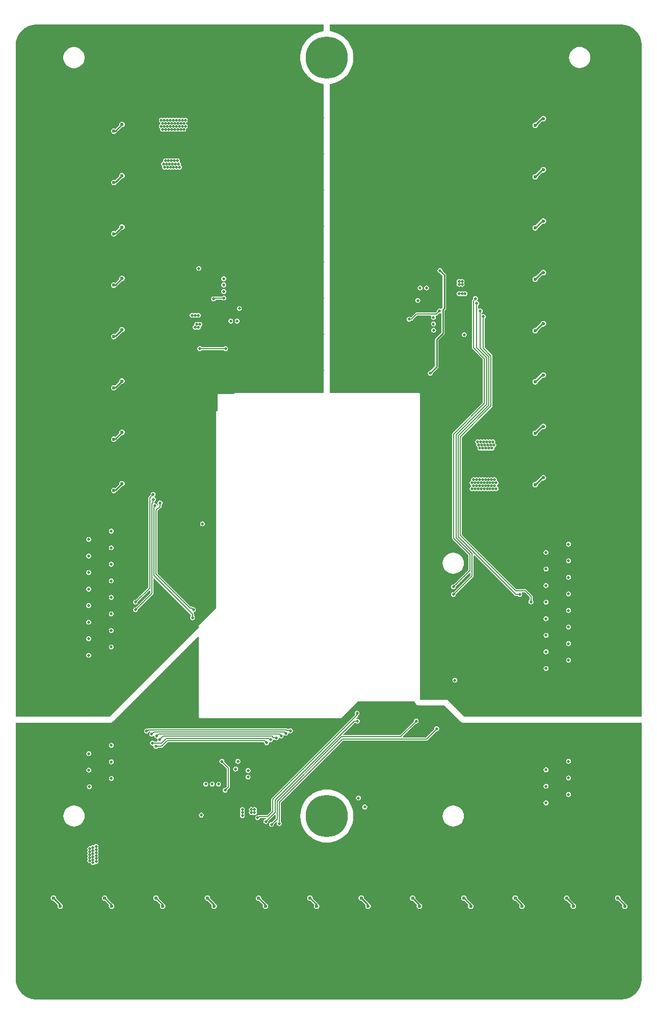
<source format=gbl>
G04*
G04 #@! TF.GenerationSoftware,Altium Limited,Altium Designer,22.0.2 (36)*
G04*
G04 Layer_Physical_Order=4*
G04 Layer_Color=16711680*
%FSLAX25Y25*%
%MOIN*%
G70*
G04*
G04 #@! TF.SameCoordinates,0AB75E79-5423-4657-AEB5-33C9AD2D53C2*
G04*
G04*
G04 #@! TF.FilePolarity,Positive*
G04*
G01*
G75*
%ADD75C,0.00800*%
%ADD76C,0.01000*%
%ADD83C,0.27559*%
%ADD84C,0.02362*%
%ADD85C,0.01968*%
G36*
X203543Y639725D02*
Y635333D01*
X202123Y635146D01*
X199929Y634558D01*
X197829Y633688D01*
X195862Y632552D01*
X194059Y631169D01*
X192453Y629563D01*
X191070Y627760D01*
X189934Y625793D01*
X189064Y623694D01*
X188476Y621499D01*
X188180Y619246D01*
Y616974D01*
X188476Y614722D01*
X189064Y612527D01*
X189934Y610428D01*
X191070Y608460D01*
X192453Y606658D01*
X194059Y605051D01*
X195862Y603668D01*
X197829Y602532D01*
X199929Y601663D01*
X202123Y601075D01*
X203543Y600888D01*
X203543Y398884D01*
X145866Y398884D01*
X145866Y398884D01*
X145837Y398884D01*
X145775Y398858D01*
X145709Y398871D01*
X145651Y398860D01*
X145595Y398822D01*
X145528Y398822D01*
X145473Y398799D01*
X145425Y398752D01*
X145360Y398739D01*
X145310Y398705D01*
X145273Y398649D01*
X145211Y398623D01*
X145192Y398604D01*
X144718Y398130D01*
X133957D01*
Y387369D01*
X133284Y386696D01*
X133284Y386696D01*
X133284Y386696D01*
X133263Y386675D01*
X133238Y386614D01*
X133183Y386577D01*
X133150Y386527D01*
X133137Y386463D01*
X133133Y386459D01*
X133133Y386459D01*
X133133Y386459D01*
X133089Y386415D01*
X133067Y386360D01*
Y386294D01*
X133030Y386238D01*
X133018Y386180D01*
X133031Y386115D01*
X133006Y386053D01*
Y258071D01*
X121968Y247033D01*
X121968Y247033D01*
X121951Y247017D01*
X121924Y246954D01*
X121867Y246916D01*
X121833Y246866D01*
X121819Y246798D01*
X121771Y246750D01*
X121748Y246694D01*
X121748Y246626D01*
X121710Y246569D01*
X121698Y246509D01*
X121712Y246442D01*
X121687Y246378D01*
X121687Y246352D01*
Y245408D01*
X63287Y187008D01*
X2007D01*
X2007Y535433D01*
X2007Y625984D01*
X2007Y626885D01*
X2242Y628671D01*
X2708Y630411D01*
X3398Y632075D01*
X4298Y633635D01*
X5395Y635064D01*
X6668Y636338D01*
X8097Y637434D01*
X9657Y638335D01*
X11321Y639024D01*
X13061Y639490D01*
X14847Y639725D01*
X15748Y639725D01*
X203543D01*
D02*
G37*
G36*
X397638Y639725D02*
X398538D01*
X400324Y639490D01*
X402064Y639024D01*
X403728Y638335D01*
X405288Y637434D01*
X406717Y636338D01*
X407991Y635064D01*
X409087Y633635D01*
X409988Y632075D01*
X410677Y630411D01*
X411143Y628671D01*
X411379Y626885D01*
X411379Y625984D01*
X411379Y187008D01*
X295276D01*
X284055Y198228D01*
X266502D01*
Y216857D01*
Y397933D01*
X266502Y397934D01*
X266502Y397992D01*
X266456Y398103D01*
X266456Y398104D01*
X266453Y398112D01*
X266453Y398241D01*
X266407Y398352D01*
X266322Y398437D01*
Y398437D01*
X266316Y398444D01*
X266312Y398452D01*
X266312Y398452D01*
X266266Y398563D01*
X266181Y398648D01*
X266070Y398694D01*
X266070Y398694D01*
X266062Y398697D01*
X266056Y398704D01*
X266055D01*
X265971Y398789D01*
X265860Y398835D01*
X265731Y398835D01*
X265722Y398838D01*
X265722Y398838D01*
X265611Y398884D01*
X265551Y398884D01*
X207514Y398884D01*
X207514Y600872D01*
X207779Y600889D01*
X210007Y601333D01*
X212159Y602063D01*
X214196Y603068D01*
X216086Y604330D01*
X217794Y605828D01*
X219292Y607536D01*
X220554Y609425D01*
X221559Y611463D01*
X222289Y613615D01*
X222733Y615843D01*
X222881Y618110D01*
X222733Y620377D01*
X222289Y622606D01*
X221559Y624757D01*
X220554Y626795D01*
X219292Y628684D01*
X217794Y630392D01*
X216086Y631890D01*
X214196Y633153D01*
X212159Y634158D01*
X210007Y634888D01*
X207779Y635331D01*
X207514Y635348D01*
Y639725D01*
X397638D01*
D02*
G37*
G36*
X121687Y239138D02*
Y187008D01*
X121687Y187008D01*
X121687Y187008D01*
X121687Y186948D01*
X121733Y186837D01*
X121733Y186837D01*
X121736Y186828D01*
X121736Y186699D01*
X121782Y186589D01*
X121867Y186504D01*
Y186504D01*
X121873Y186497D01*
X121877Y186489D01*
X121877Y186489D01*
X121923Y186378D01*
X122008Y186293D01*
X122119Y186247D01*
X122119Y186247D01*
X122127Y186243D01*
X122134Y186237D01*
X122134D01*
X122219Y186152D01*
X122330Y186106D01*
X122459Y186106D01*
X122467Y186103D01*
X122467Y186103D01*
X122578Y186057D01*
X122638Y186057D01*
X214567D01*
X214567Y186057D01*
X214596Y186057D01*
X214598Y186058D01*
X214599Y186058D01*
X214629Y186059D01*
X214671Y186080D01*
X214723Y186069D01*
X214781Y186081D01*
X214826Y186111D01*
X214843Y186118D01*
X214903D01*
X214958Y186141D01*
X215002Y186184D01*
X215016Y186190D01*
X215071Y186201D01*
X215120Y186234D01*
X215151Y186280D01*
X215198Y186297D01*
X215217Y186314D01*
X215219Y186315D01*
X215240Y186336D01*
X215240Y186336D01*
X215240Y186337D01*
X215240Y186337D01*
X225886Y196982D01*
X262757D01*
X263063Y196243D01*
X263694Y195420D01*
X264517Y194789D01*
X265474Y194393D01*
X266502Y194257D01*
X282410D01*
X292468Y184200D01*
X293290Y183569D01*
X294248Y183172D01*
X295276Y183037D01*
X411379D01*
X411379Y15748D01*
X411379Y14847D01*
X411143Y13061D01*
X410677Y11322D01*
X409988Y9657D01*
X409087Y8097D01*
X407991Y6668D01*
X406717Y5395D01*
X405288Y4298D01*
X403728Y3398D01*
X402064Y2708D01*
X400324Y2242D01*
X398538Y2007D01*
X397638D01*
X15748Y2007D01*
X14847Y2007D01*
X13061Y2242D01*
X11322Y2708D01*
X9657Y3398D01*
X8098Y4298D01*
X6668Y5395D01*
X5395Y6668D01*
X4298Y8098D01*
X3398Y9657D01*
X2708Y11322D01*
X2242Y13061D01*
X2007Y14847D01*
Y15748D01*
X2007Y182537D01*
X2007Y183037D01*
X63287D01*
X63287Y183037D01*
X64315Y183172D01*
X65273Y183569D01*
X66095Y184200D01*
X121225Y239330D01*
X121687Y239138D01*
D02*
G37*
%LPC*%
G36*
X40837Y625009D02*
X39478D01*
X38145Y624744D01*
X36889Y624224D01*
X35759Y623469D01*
X34798Y622508D01*
X34043Y621378D01*
X33523Y620123D01*
X33258Y618790D01*
Y617431D01*
X33523Y616098D01*
X34043Y614842D01*
X34798Y613712D01*
X35759Y612751D01*
X36889Y611996D01*
X38145Y611476D01*
X39478Y611211D01*
X40837D01*
X42170Y611476D01*
X43426Y611996D01*
X44556Y612751D01*
X45516Y613712D01*
X46271Y614842D01*
X46792Y616098D01*
X47057Y617431D01*
Y618790D01*
X46792Y620123D01*
X46271Y621378D01*
X45516Y622508D01*
X44556Y623469D01*
X43426Y624224D01*
X42170Y624744D01*
X40837Y625009D01*
D02*
G37*
G36*
X113260Y578679D02*
X112630D01*
X112048Y578438D01*
X111961Y578351D01*
X111874Y578438D01*
X111292Y578679D01*
X110661D01*
X110079Y578438D01*
X109992Y578351D01*
X109905Y578438D01*
X109323Y578679D01*
X108693D01*
X108110Y578438D01*
X108024Y578351D01*
X107937Y578438D01*
X107354Y578679D01*
X106724D01*
X106142Y578438D01*
X106055Y578351D01*
X105968Y578438D01*
X105386Y578679D01*
X104756D01*
X104173Y578438D01*
X104087Y578351D01*
X104000Y578438D01*
X103418Y578679D01*
X102787D01*
X102205Y578438D01*
X102118Y578351D01*
X102031Y578438D01*
X101449Y578679D01*
X100819D01*
X100236Y578438D01*
X100150Y578351D01*
X100063Y578438D01*
X99480Y578679D01*
X98850D01*
X98268Y578438D01*
X98181Y578351D01*
X98094Y578438D01*
X97512Y578679D01*
X96882D01*
X96299Y578438D01*
X95854Y577992D01*
X95613Y577410D01*
Y576779D01*
X95854Y576197D01*
X96299Y575751D01*
X96663Y575601D01*
X96597Y575441D01*
Y574811D01*
X96663Y574651D01*
X96299Y574501D01*
X95854Y574055D01*
X95613Y573473D01*
Y572842D01*
X95854Y572260D01*
X96299Y571814D01*
X96663Y571664D01*
X96597Y571504D01*
Y570874D01*
X96838Y570292D01*
X97284Y569846D01*
X97866Y569605D01*
X98496D01*
X99079Y569846D01*
X99165Y569933D01*
X99252Y569846D01*
X99835Y569605D01*
X100465D01*
X101047Y569846D01*
X101134Y569933D01*
X101221Y569846D01*
X101803Y569605D01*
X102433D01*
X103015Y569846D01*
X103102Y569933D01*
X103189Y569846D01*
X103771Y569605D01*
X104402D01*
X104984Y569846D01*
X105071Y569933D01*
X105158Y569846D01*
X105740Y569605D01*
X106370D01*
X106953Y569846D01*
X107039Y569933D01*
X107126Y569846D01*
X107709Y569605D01*
X108339D01*
X108921Y569846D01*
X109008Y569933D01*
X109095Y569846D01*
X109677Y569605D01*
X110307D01*
X110889Y569846D01*
X110976Y569933D01*
X111063Y569846D01*
X111645Y569605D01*
X112276D01*
X112858Y569846D01*
X113304Y570292D01*
X113545Y570874D01*
Y571504D01*
X113479Y571664D01*
X113842Y571814D01*
X114288Y572260D01*
X114529Y572842D01*
Y573473D01*
X114288Y574055D01*
X113842Y574501D01*
X113479Y574651D01*
X113545Y574811D01*
Y575441D01*
X113479Y575601D01*
X113842Y575751D01*
X114288Y576197D01*
X114529Y576779D01*
Y577410D01*
X114288Y577992D01*
X113842Y578438D01*
X113260Y578679D01*
D02*
G37*
G36*
X71909Y576132D02*
X71201D01*
X70546Y575860D01*
X70045Y575359D01*
X69774Y574705D01*
Y574156D01*
X67108Y571490D01*
X66594Y571702D01*
X65886D01*
X65231Y571431D01*
X64730Y570930D01*
X64459Y570276D01*
Y569567D01*
X64730Y568912D01*
X65231Y568411D01*
X65886Y568140D01*
X66594D01*
X67249Y568411D01*
X67750Y568912D01*
X67859Y569174D01*
X68180Y569389D01*
X71360Y572569D01*
X71909D01*
X72564Y572840D01*
X73065Y573342D01*
X73336Y573996D01*
Y574705D01*
X73065Y575359D01*
X72564Y575860D01*
X71909Y576132D01*
D02*
G37*
G36*
X108128Y552146D02*
X107498D01*
X106915Y551905D01*
X106828Y551818D01*
X106742Y551905D01*
X106159Y552146D01*
X105529D01*
X104947Y551905D01*
X104860Y551818D01*
X104773Y551905D01*
X104191Y552146D01*
X103561D01*
X102978Y551905D01*
X102892Y551818D01*
X102805Y551905D01*
X102222Y552146D01*
X101592D01*
X101010Y551905D01*
X100923Y551818D01*
X100836Y551905D01*
X100254Y552146D01*
X99624D01*
X99041Y551905D01*
X98596Y551459D01*
X98355Y550877D01*
Y550247D01*
X97959Y549895D01*
X97769Y549817D01*
X97323Y549371D01*
X97082Y548789D01*
Y548159D01*
X97323Y547576D01*
X97769Y547131D01*
X97929Y547065D01*
X97778Y546701D01*
Y546071D01*
X98019Y545489D01*
X98465Y545043D01*
X99047Y544802D01*
X99677D01*
X100260Y545043D01*
X100346Y545130D01*
X100433Y545043D01*
X101016Y544802D01*
X101646D01*
X102228Y545043D01*
X102315Y545130D01*
X102402Y545043D01*
X102984Y544802D01*
X103614D01*
X104197Y545043D01*
X104283Y545130D01*
X104370Y545043D01*
X104953Y544802D01*
X105583D01*
X106165Y545043D01*
X106252Y545130D01*
X106339Y545043D01*
X106921Y544802D01*
X107551D01*
X108134Y545043D01*
X108221Y545130D01*
X108307Y545043D01*
X108890Y544802D01*
X109520D01*
X110102Y545043D01*
X110548Y545489D01*
X110789Y546071D01*
Y546701D01*
X110548Y547283D01*
X110102Y547729D01*
X109942Y547795D01*
X110093Y548159D01*
Y548789D01*
X109852Y549371D01*
X109406Y549817D01*
X109247Y549883D01*
X109397Y550247D01*
Y550877D01*
X109156Y551459D01*
X108710Y551905D01*
X108128Y552146D01*
D02*
G37*
G36*
X71909Y542569D02*
X71201D01*
X70546Y542297D01*
X70045Y541796D01*
X69774Y541142D01*
Y540592D01*
X67108Y537927D01*
X66594Y538139D01*
X65886D01*
X65231Y537868D01*
X64730Y537367D01*
X64459Y536713D01*
Y536004D01*
X64730Y535349D01*
X65231Y534848D01*
X65886Y534577D01*
X66594D01*
X67249Y534848D01*
X67750Y535349D01*
X67859Y535611D01*
X68180Y535826D01*
X71360Y539006D01*
X71909D01*
X72564Y539278D01*
X73065Y539779D01*
X73336Y540433D01*
Y541142D01*
X73065Y541796D01*
X72564Y542297D01*
X71909Y542569D01*
D02*
G37*
G36*
Y509006D02*
X71201D01*
X70546Y508734D01*
X70045Y508233D01*
X69774Y507579D01*
Y507029D01*
X67108Y504364D01*
X66594Y504576D01*
X65886D01*
X65231Y504305D01*
X64730Y503804D01*
X64459Y503150D01*
Y502441D01*
X64730Y501786D01*
X65231Y501285D01*
X65886Y501014D01*
X66594D01*
X67249Y501285D01*
X67750Y501786D01*
X67859Y502048D01*
X68180Y502263D01*
X71360Y505443D01*
X71909D01*
X72564Y505715D01*
X73065Y506215D01*
X73336Y506870D01*
Y507579D01*
X73065Y508233D01*
X72564Y508734D01*
X71909Y509006D01*
D02*
G37*
G36*
X122166Y481801D02*
X121535D01*
X120953Y481560D01*
X120507Y481114D01*
X120266Y480532D01*
Y479901D01*
X120507Y479319D01*
X120953Y478873D01*
X121535Y478632D01*
X122166D01*
X122748Y478873D01*
X123194Y479319D01*
X123435Y479901D01*
Y480532D01*
X123194Y481114D01*
X122748Y481560D01*
X122166Y481801D01*
D02*
G37*
G36*
X138358Y475037D02*
X137728D01*
X137146Y474796D01*
X136700Y474350D01*
X136459Y473768D01*
Y473138D01*
X136700Y472555D01*
X137146Y472110D01*
X137728Y471869D01*
X138358D01*
X138941Y472110D01*
X139386Y472555D01*
X139628Y473138D01*
Y473768D01*
X139386Y474350D01*
X138941Y474796D01*
X138358Y475037D01*
D02*
G37*
G36*
X71909Y475443D02*
X71201D01*
X70546Y475171D01*
X70045Y474670D01*
X69774Y474016D01*
Y473466D01*
X67108Y470801D01*
X66594Y471013D01*
X65886D01*
X65231Y470742D01*
X64730Y470241D01*
X64459Y469587D01*
Y468878D01*
X64730Y468223D01*
X65231Y467722D01*
X65886Y467451D01*
X66594D01*
X67249Y467722D01*
X67750Y468223D01*
X67859Y468485D01*
X68180Y468700D01*
X71360Y471880D01*
X71909D01*
X72564Y472152D01*
X73065Y472652D01*
X73336Y473307D01*
Y474016D01*
X73065Y474670D01*
X72564Y475171D01*
X71909Y475443D01*
D02*
G37*
G36*
X138358Y470903D02*
X137728D01*
X137146Y470662D01*
X136700Y470217D01*
X136459Y469634D01*
Y469004D01*
X136700Y468422D01*
X137146Y467976D01*
X137728Y467735D01*
X138358D01*
X138941Y467976D01*
X139386Y468422D01*
X139628Y469004D01*
Y469634D01*
X139386Y470217D01*
X138941Y470662D01*
X138358Y470903D01*
D02*
G37*
G36*
X138358Y466671D02*
X137728D01*
X137146Y466430D01*
X136700Y465984D01*
X136459Y465402D01*
Y464772D01*
X136700Y464189D01*
X137146Y463744D01*
X137728Y463503D01*
X138358D01*
X138941Y463744D01*
X139386Y464189D01*
X139628Y464772D01*
Y465402D01*
X139386Y465984D01*
X138941Y466430D01*
X138358Y466671D01*
D02*
G37*
G36*
X138555Y462439D02*
X137925D01*
X137343Y462197D01*
X137019Y461874D01*
X132378D01*
X131988Y461797D01*
X131942Y461766D01*
X131811Y461821D01*
X131181D01*
X130599Y461579D01*
X130153Y461134D01*
X129912Y460551D01*
Y459921D01*
X130153Y459339D01*
X130599Y458893D01*
X131181Y458652D01*
X131811D01*
X132394Y458893D01*
X132839Y459339D01*
X133045Y459835D01*
X137019D01*
X137343Y459511D01*
X137925Y459270D01*
X138555D01*
X139138Y459511D01*
X139583Y459957D01*
X139824Y460539D01*
Y461170D01*
X139583Y461752D01*
X139138Y462197D01*
X138555Y462439D01*
D02*
G37*
G36*
X148595Y455549D02*
X147964D01*
X147382Y455308D01*
X146937Y454862D01*
X146695Y454280D01*
Y453650D01*
X146937Y453067D01*
X147382Y452622D01*
X147964Y452380D01*
X148595D01*
X149177Y452622D01*
X149623Y453067D01*
X149864Y453650D01*
Y454280D01*
X149623Y454862D01*
X149177Y455308D01*
X148595Y455549D01*
D02*
G37*
G36*
X121725Y451120D02*
X121094D01*
X120512Y450879D01*
X120425Y450792D01*
X120338Y450879D01*
X119756Y451120D01*
X119126D01*
X118544Y450879D01*
X118457Y450792D01*
X118370Y450879D01*
X117788Y451120D01*
X117157D01*
X116575Y450879D01*
X116129Y450433D01*
X115888Y449851D01*
Y449220D01*
X116129Y448638D01*
X116575Y448193D01*
X117157Y447951D01*
X117788D01*
X118370Y448193D01*
X118457Y448279D01*
X118544Y448193D01*
X119126Y447951D01*
X119756D01*
X120338Y448193D01*
X120425Y448279D01*
X120512Y448193D01*
X121094Y447951D01*
X121725D01*
X122307Y448193D01*
X122752Y448638D01*
X122994Y449220D01*
Y449851D01*
X122752Y450433D01*
X122307Y450879D01*
X121725Y451120D01*
D02*
G37*
G36*
X122709Y445214D02*
X122079D01*
X121496Y444973D01*
X121409Y444886D01*
X121323Y444973D01*
X120740Y445214D01*
X120110D01*
X119528Y444973D01*
X119082Y444527D01*
X118841Y443945D01*
Y443315D01*
X118872Y443239D01*
X118544Y443103D01*
X118098Y442657D01*
X117857Y442075D01*
Y441445D01*
X118098Y440863D01*
X118544Y440417D01*
X119126Y440176D01*
X119756D01*
X120338Y440417D01*
X120425Y440504D01*
X120512Y440417D01*
X121094Y440176D01*
X121725D01*
X122307Y440417D01*
X122752Y440863D01*
X122994Y441445D01*
Y442075D01*
X122962Y442151D01*
X123291Y442287D01*
X123737Y442733D01*
X123978Y443315D01*
Y443945D01*
X123737Y444527D01*
X123291Y444973D01*
X122709Y445214D01*
D02*
G37*
G36*
X142984Y447380D02*
X142354D01*
X141772Y447138D01*
X141326Y446693D01*
X141085Y446110D01*
Y445480D01*
X141326Y444898D01*
X141772Y444452D01*
X142354Y444211D01*
X142984D01*
X143567Y444452D01*
X144012Y444898D01*
X144254Y445480D01*
Y446110D01*
X144012Y446693D01*
X143567Y447138D01*
X142984Y447380D01*
D02*
G37*
G36*
X147217Y447380D02*
X146586D01*
X146004Y447138D01*
X145559Y446693D01*
X145317Y446110D01*
Y445480D01*
X145559Y444898D01*
X146004Y444452D01*
X146586Y444211D01*
X147217D01*
X147799Y444452D01*
X148245Y444898D01*
X148486Y445480D01*
Y446110D01*
X148245Y446693D01*
X147799Y447138D01*
X147217Y447380D01*
D02*
G37*
G36*
X71909Y441880D02*
X71201D01*
X70546Y441608D01*
X70045Y441107D01*
X69774Y440453D01*
Y439903D01*
X67108Y437238D01*
X66594Y437450D01*
X65886D01*
X65231Y437179D01*
X64730Y436678D01*
X64459Y436024D01*
Y435315D01*
X64730Y434660D01*
X65231Y434159D01*
X65886Y433888D01*
X66594D01*
X67249Y434159D01*
X67750Y434660D01*
X67859Y434922D01*
X68180Y435137D01*
X71360Y438317D01*
X71909D01*
X72564Y438588D01*
X73065Y439089D01*
X73336Y439744D01*
Y440453D01*
X73065Y441107D01*
X72564Y441608D01*
X71909Y441880D01*
D02*
G37*
G36*
X122756Y429340D02*
X122126D01*
X121544Y429099D01*
X121098Y428653D01*
X120857Y428071D01*
Y427441D01*
X121098Y426859D01*
X121544Y426413D01*
X122126Y426172D01*
X122756D01*
X123338Y426413D01*
X123613Y426688D01*
X138061D01*
X138433Y426316D01*
X139016Y426075D01*
X139646D01*
X140228Y426316D01*
X140674Y426762D01*
X140915Y427344D01*
Y427974D01*
X140674Y428556D01*
X140228Y429002D01*
X139646Y429243D01*
X139016D01*
X138433Y429002D01*
X138158Y428727D01*
X123710D01*
X123338Y429099D01*
X122756Y429340D01*
D02*
G37*
G36*
X71909Y408317D02*
X71201D01*
X70546Y408045D01*
X70045Y407544D01*
X69774Y406890D01*
Y406341D01*
X67108Y403675D01*
X66594Y403887D01*
X65886D01*
X65231Y403616D01*
X64730Y403115D01*
X64459Y402461D01*
Y401752D01*
X64730Y401097D01*
X65231Y400596D01*
X65886Y400325D01*
X66594D01*
X67249Y400596D01*
X67750Y401097D01*
X67859Y401359D01*
X68180Y401574D01*
X71360Y404754D01*
X71909D01*
X72564Y405025D01*
X73065Y405526D01*
X73336Y406181D01*
Y406890D01*
X73065Y407544D01*
X72564Y408045D01*
X71909Y408317D01*
D02*
G37*
G36*
Y374754D02*
X71201D01*
X70546Y374482D01*
X70045Y373981D01*
X69774Y373327D01*
Y372778D01*
X67108Y370112D01*
X66594Y370324D01*
X65886D01*
X65231Y370053D01*
X64730Y369552D01*
X64459Y368898D01*
Y368189D01*
X64730Y367534D01*
X65231Y367033D01*
X65886Y366762D01*
X66594D01*
X67249Y367033D01*
X67750Y367534D01*
X67859Y367796D01*
X68180Y368011D01*
X71360Y371191D01*
X71909D01*
X72564Y371462D01*
X73065Y371964D01*
X73336Y372618D01*
Y373327D01*
X73065Y373981D01*
X72564Y374482D01*
X71909Y374754D01*
D02*
G37*
G36*
Y341191D02*
X71201D01*
X70546Y340919D01*
X70045Y340418D01*
X69774Y339764D01*
Y339214D01*
X67108Y336549D01*
X66594Y336761D01*
X65886D01*
X65231Y336490D01*
X64730Y335989D01*
X64459Y335335D01*
Y334626D01*
X64730Y333971D01*
X65231Y333470D01*
X65886Y333199D01*
X66594D01*
X67249Y333470D01*
X67750Y333971D01*
X67859Y334233D01*
X68180Y334448D01*
X71360Y337628D01*
X71909D01*
X72564Y337899D01*
X73065Y338401D01*
X73336Y339055D01*
Y339764D01*
X73065Y340418D01*
X72564Y340919D01*
X71909Y341191D01*
D02*
G37*
G36*
X124528Y314773D02*
X123898D01*
X123315Y314532D01*
X122870Y314086D01*
X122628Y313504D01*
Y312874D01*
X122870Y312292D01*
X123315Y311846D01*
X123898Y311605D01*
X124528D01*
X125110Y311846D01*
X125556Y312292D01*
X125797Y312874D01*
Y313504D01*
X125556Y314086D01*
X125110Y314532D01*
X124528Y314773D01*
D02*
G37*
G36*
X64882Y309950D02*
X64252D01*
X63670Y309709D01*
X63224Y309264D01*
X62983Y308681D01*
Y308051D01*
X63224Y307469D01*
X63670Y307023D01*
X64252Y306782D01*
X64882D01*
X65464Y307023D01*
X65910Y307469D01*
X66151Y308051D01*
Y308681D01*
X65910Y309264D01*
X65464Y309709D01*
X64882Y309950D01*
D02*
G37*
G36*
X50118Y304537D02*
X49488D01*
X48906Y304296D01*
X48460Y303850D01*
X48219Y303268D01*
Y302638D01*
X48460Y302055D01*
X48906Y301610D01*
X49488Y301369D01*
X50118D01*
X50701Y301610D01*
X51146Y302055D01*
X51387Y302638D01*
Y303268D01*
X51146Y303850D01*
X50701Y304296D01*
X50118Y304537D01*
D02*
G37*
G36*
X64882Y299124D02*
X64252D01*
X63670Y298883D01*
X63224Y298437D01*
X62983Y297855D01*
Y297224D01*
X63224Y296642D01*
X63670Y296196D01*
X64252Y295955D01*
X64882D01*
X65464Y296196D01*
X65910Y296642D01*
X66151Y297224D01*
Y297855D01*
X65910Y298437D01*
X65464Y298883D01*
X64882Y299124D01*
D02*
G37*
G36*
X50118Y293710D02*
X49488D01*
X48906Y293469D01*
X48460Y293023D01*
X48219Y292441D01*
Y291811D01*
X48460Y291229D01*
X48906Y290783D01*
X49488Y290542D01*
X50118D01*
X50701Y290783D01*
X51146Y291229D01*
X51387Y291811D01*
Y292441D01*
X51146Y293023D01*
X50701Y293469D01*
X50118Y293710D01*
D02*
G37*
G36*
X64882Y288297D02*
X64252D01*
X63670Y288056D01*
X63224Y287610D01*
X62983Y287028D01*
Y286398D01*
X63224Y285815D01*
X63670Y285370D01*
X64252Y285128D01*
X64882D01*
X65464Y285370D01*
X65910Y285815D01*
X66151Y286398D01*
Y287028D01*
X65910Y287610D01*
X65464Y288056D01*
X64882Y288297D01*
D02*
G37*
G36*
X50118Y282884D02*
X49488D01*
X48906Y282642D01*
X48460Y282197D01*
X48219Y281614D01*
Y280984D01*
X48460Y280402D01*
X48906Y279956D01*
X49488Y279715D01*
X50118D01*
X50701Y279956D01*
X51146Y280402D01*
X51387Y280984D01*
Y281614D01*
X51146Y282197D01*
X50701Y282642D01*
X50118Y282884D01*
D02*
G37*
G36*
X64882Y277470D02*
X64252D01*
X63670Y277229D01*
X63224Y276783D01*
X62983Y276201D01*
Y275571D01*
X63224Y274989D01*
X63670Y274543D01*
X64252Y274302D01*
X64882D01*
X65464Y274543D01*
X65910Y274989D01*
X66151Y275571D01*
Y276201D01*
X65910Y276783D01*
X65464Y277229D01*
X64882Y277470D01*
D02*
G37*
G36*
X50118Y272057D02*
X49488D01*
X48906Y271815D01*
X48460Y271370D01*
X48219Y270788D01*
Y270157D01*
X48460Y269575D01*
X48906Y269129D01*
X49488Y268888D01*
X50118D01*
X50701Y269129D01*
X51146Y269575D01*
X51387Y270157D01*
Y270788D01*
X51146Y271370D01*
X50701Y271815D01*
X50118Y272057D01*
D02*
G37*
G36*
X64882Y266643D02*
X64252D01*
X63670Y266402D01*
X63224Y265956D01*
X62983Y265374D01*
Y264744D01*
X63224Y264162D01*
X63670Y263716D01*
X64252Y263475D01*
X64882D01*
X65464Y263716D01*
X65910Y264162D01*
X66151Y264744D01*
Y265374D01*
X65910Y265956D01*
X65464Y266402D01*
X64882Y266643D01*
D02*
G37*
G36*
X50118Y261230D02*
X49488D01*
X48906Y260989D01*
X48460Y260543D01*
X48219Y259961D01*
Y259331D01*
X48460Y258748D01*
X48906Y258303D01*
X49488Y258062D01*
X50118D01*
X50701Y258303D01*
X51146Y258748D01*
X51387Y259331D01*
Y259961D01*
X51146Y260543D01*
X50701Y260989D01*
X50118Y261230D01*
D02*
G37*
G36*
X64882Y255817D02*
X64252D01*
X63670Y255575D01*
X63224Y255130D01*
X62983Y254547D01*
Y253917D01*
X63224Y253335D01*
X63670Y252889D01*
X64252Y252648D01*
X64882D01*
X65464Y252889D01*
X65910Y253335D01*
X66151Y253917D01*
Y254547D01*
X65910Y255130D01*
X65464Y255575D01*
X64882Y255817D01*
D02*
G37*
G36*
X92244Y333966D02*
X91614D01*
X91032Y333725D01*
X90586Y333279D01*
X90345Y332697D01*
Y332240D01*
X88944Y330839D01*
X88723Y330508D01*
X88646Y330118D01*
Y271584D01*
X80575Y263513D01*
X80000D01*
X79418Y263272D01*
X78972Y262826D01*
X78731Y262244D01*
Y261614D01*
X78972Y261032D01*
X79418Y260586D01*
X80000Y260345D01*
X80630D01*
X81212Y260586D01*
X81658Y261032D01*
X81899Y261614D01*
Y261953D01*
X89584Y269638D01*
X90046Y269447D01*
Y268102D01*
X80457Y258513D01*
X80000D01*
X79418Y258272D01*
X78972Y257826D01*
X78731Y257244D01*
Y256614D01*
X78972Y256032D01*
X79418Y255586D01*
X80000Y255345D01*
X80630D01*
X81212Y255586D01*
X81658Y256032D01*
X81899Y256614D01*
Y257071D01*
X91786Y266959D01*
X92007Y267289D01*
X92085Y267680D01*
Y277572D01*
X92547Y277763D01*
X116598Y253712D01*
Y252894D01*
X116275Y252571D01*
X116034Y251988D01*
Y251358D01*
X116275Y250776D01*
X116721Y250330D01*
X117303Y250089D01*
X117933D01*
X118516Y250330D01*
X118961Y250776D01*
X119202Y251358D01*
Y251988D01*
X118961Y252571D01*
X118638Y252894D01*
Y254134D01*
X118560Y254524D01*
X118339Y254855D01*
X118290Y254904D01*
X118497Y255404D01*
X118601D01*
X119184Y255645D01*
X119629Y256091D01*
X119870Y256673D01*
Y257303D01*
X119629Y257886D01*
X119184Y258331D01*
X118601Y258572D01*
X118144D01*
X117820Y258897D01*
X117489Y259118D01*
X117099Y259195D01*
X116558D01*
X94885Y280868D01*
Y321625D01*
X97079Y323819D01*
X97300Y324150D01*
X97378Y324540D01*
Y325649D01*
X97701Y325973D01*
X97943Y326555D01*
Y327185D01*
X97701Y327767D01*
X97256Y328213D01*
X96673Y328454D01*
X96043D01*
X95461Y328213D01*
X95015Y327767D01*
X94774Y327185D01*
Y326555D01*
X95015Y325973D01*
X95237Y325751D01*
X95200Y325207D01*
X95195Y325203D01*
X95092Y325206D01*
X94612Y325416D01*
X94453Y325799D01*
X94008Y326245D01*
X93425Y326486D01*
X93130D01*
X93035Y326567D01*
X92780Y326979D01*
X92824Y327201D01*
Y327650D01*
X92925Y327692D01*
X93371Y328138D01*
X93612Y328720D01*
Y329351D01*
X93371Y329933D01*
X92925Y330379D01*
X92732Y330458D01*
Y331000D01*
X92826Y331039D01*
X93272Y331485D01*
X93513Y332067D01*
Y332697D01*
X93272Y333279D01*
X92826Y333725D01*
X92244Y333966D01*
D02*
G37*
G36*
X50118Y250403D02*
X49488D01*
X48906Y250162D01*
X48460Y249716D01*
X48219Y249134D01*
Y248504D01*
X48460Y247921D01*
X48906Y247476D01*
X49488Y247235D01*
X50118D01*
X50701Y247476D01*
X51146Y247921D01*
X51387Y248504D01*
Y249134D01*
X51146Y249716D01*
X50701Y250162D01*
X50118Y250403D01*
D02*
G37*
G36*
X64882Y244990D02*
X64252D01*
X63670Y244749D01*
X63224Y244303D01*
X62983Y243721D01*
Y243090D01*
X63224Y242508D01*
X63670Y242062D01*
X64252Y241821D01*
X64882D01*
X65464Y242062D01*
X65910Y242508D01*
X66151Y243090D01*
Y243721D01*
X65910Y244303D01*
X65464Y244749D01*
X64882Y244990D01*
D02*
G37*
G36*
X50118Y239576D02*
X49488D01*
X48906Y239335D01*
X48460Y238890D01*
X48219Y238307D01*
Y237677D01*
X48460Y237095D01*
X48906Y236649D01*
X49488Y236408D01*
X50118D01*
X50701Y236649D01*
X51146Y237095D01*
X51387Y237677D01*
Y238307D01*
X51146Y238890D01*
X50701Y239335D01*
X50118Y239576D01*
D02*
G37*
G36*
X64882Y234163D02*
X64252D01*
X63670Y233922D01*
X63224Y233476D01*
X62983Y232894D01*
Y232264D01*
X63224Y231681D01*
X63670Y231236D01*
X64252Y230995D01*
X64882D01*
X65464Y231236D01*
X65910Y231681D01*
X66151Y232264D01*
Y232894D01*
X65910Y233476D01*
X65464Y233922D01*
X64882Y234163D01*
D02*
G37*
G36*
X50118Y228750D02*
X49488D01*
X48906Y228508D01*
X48460Y228063D01*
X48219Y227481D01*
Y226850D01*
X48460Y226268D01*
X48906Y225822D01*
X49488Y225581D01*
X50118D01*
X50701Y225822D01*
X51146Y226268D01*
X51387Y226850D01*
Y227481D01*
X51146Y228063D01*
X50701Y228508D01*
X50118Y228750D01*
D02*
G37*
G36*
X370866Y625043D02*
X369514Y624910D01*
X368213Y624515D01*
X367015Y623875D01*
X365964Y623012D01*
X365102Y621962D01*
X364461Y620763D01*
X364067Y619463D01*
X363934Y618110D01*
X364067Y616758D01*
X364461Y615457D01*
X365102Y614259D01*
X365964Y613208D01*
X367015Y612346D01*
X368213Y611705D01*
X369514Y611311D01*
X370866Y611178D01*
X372219Y611311D01*
X373519Y611705D01*
X374718Y612346D01*
X375768Y613208D01*
X376630Y614259D01*
X377271Y615457D01*
X377665Y616758D01*
X377799Y618110D01*
X377665Y619463D01*
X377271Y620763D01*
X376630Y621962D01*
X375768Y623012D01*
X374718Y623875D01*
X373519Y624515D01*
X372219Y624910D01*
X370866Y625043D01*
D02*
G37*
G36*
X347146Y580025D02*
X346451Y579886D01*
X345862Y579493D01*
X345483Y578926D01*
X345206Y578741D01*
X345206Y578741D01*
X342022Y575557D01*
X341831Y575596D01*
X341136Y575457D01*
X340547Y575064D01*
X340153Y574474D01*
X340015Y573779D01*
X340153Y573084D01*
X340547Y572495D01*
X341136Y572102D01*
X341831Y571964D01*
X342526Y572102D01*
X343115Y572495D01*
X343509Y573084D01*
X343647Y573779D01*
X343609Y573971D01*
X346281Y576644D01*
X346451Y576531D01*
X347146Y576393D01*
X347841Y576531D01*
X348430Y576925D01*
X348823Y577514D01*
X348962Y578209D01*
X348823Y578903D01*
X348430Y579493D01*
X347841Y579886D01*
X347146Y580025D01*
D02*
G37*
G36*
Y546462D02*
X346451Y546323D01*
X345862Y545930D01*
X345483Y545363D01*
X345206Y545178D01*
X345206Y545178D01*
X342022Y541994D01*
X341831Y542032D01*
X341136Y541894D01*
X340547Y541501D01*
X340153Y540911D01*
X340015Y540216D01*
X340153Y539522D01*
X340547Y538932D01*
X341136Y538539D01*
X341831Y538401D01*
X342526Y538539D01*
X343115Y538932D01*
X343509Y539522D01*
X343647Y540216D01*
X343609Y540408D01*
X346281Y543081D01*
X346451Y542968D01*
X347146Y542830D01*
X347841Y542968D01*
X348430Y543362D01*
X348823Y543951D01*
X348962Y544646D01*
X348823Y545340D01*
X348430Y545930D01*
X347841Y546323D01*
X347146Y546462D01*
D02*
G37*
G36*
Y512899D02*
X346451Y512760D01*
X345862Y512367D01*
X345483Y511800D01*
X345206Y511615D01*
X345206Y511615D01*
X342022Y508431D01*
X341831Y508469D01*
X341136Y508331D01*
X340547Y507938D01*
X340153Y507348D01*
X340015Y506653D01*
X340153Y505959D01*
X340547Y505369D01*
X341136Y504976D01*
X341831Y504838D01*
X342526Y504976D01*
X343115Y505369D01*
X343509Y505959D01*
X343647Y506653D01*
X343609Y506845D01*
X346281Y509518D01*
X346451Y509405D01*
X347146Y509267D01*
X347841Y509405D01*
X348430Y509798D01*
X348823Y510388D01*
X348962Y511083D01*
X348823Y511777D01*
X348430Y512367D01*
X347841Y512760D01*
X347146Y512899D01*
D02*
G37*
G36*
Y479336D02*
X346451Y479197D01*
X345862Y478804D01*
X345483Y478237D01*
X345206Y478052D01*
X345206Y478052D01*
X342022Y474868D01*
X341831Y474906D01*
X341136Y474768D01*
X340547Y474375D01*
X340153Y473785D01*
X340015Y473091D01*
X340153Y472396D01*
X340547Y471806D01*
X341136Y471413D01*
X341831Y471275D01*
X342526Y471413D01*
X343115Y471806D01*
X343509Y472396D01*
X343647Y473091D01*
X343609Y473282D01*
X346281Y475955D01*
X346451Y475842D01*
X347146Y475704D01*
X347841Y475842D01*
X348430Y476235D01*
X348823Y476825D01*
X348962Y477520D01*
X348823Y478215D01*
X348430Y478804D01*
X347841Y479197D01*
X347146Y479336D01*
D02*
G37*
G36*
X293945Y473340D02*
X293327Y473217D01*
X292961Y472972D01*
X292595Y473217D01*
X291976Y473340D01*
X291358Y473217D01*
X290834Y472866D01*
X290484Y472342D01*
X290361Y471724D01*
X290484Y471106D01*
X290729Y470740D01*
X290484Y470374D01*
X290361Y469756D01*
X290484Y469138D01*
X290834Y468614D01*
X291358Y468263D01*
X291976Y468141D01*
X292595Y468263D01*
X292961Y468508D01*
X293327Y468263D01*
X293945Y468141D01*
X294563Y468263D01*
X295087Y468614D01*
X295437Y469138D01*
X295560Y469756D01*
X295437Y470374D01*
X295193Y470740D01*
X295437Y471106D01*
X295560Y471724D01*
X295437Y472342D01*
X295087Y472866D01*
X294563Y473217D01*
X293945Y473340D01*
D02*
G37*
G36*
X266484Y469009D02*
X265866Y468886D01*
X265342Y468536D01*
X264992Y468012D01*
X264869Y467394D01*
X264992Y466776D01*
X265342Y466252D01*
X265866Y465901D01*
X266484Y465778D01*
X267102Y465901D01*
X267626Y466252D01*
X267977Y466776D01*
X268099Y467394D01*
X267977Y468012D01*
X267626Y468536D01*
X267102Y468886D01*
X266484Y469009D01*
D02*
G37*
G36*
X270717Y469009D02*
X270098Y468886D01*
X269574Y468536D01*
X269224Y468012D01*
X269101Y467393D01*
X269224Y466775D01*
X269574Y466251D01*
X270098Y465901D01*
X270717Y465778D01*
X271335Y465901D01*
X271859Y466251D01*
X272209Y466775D01*
X272332Y467393D01*
X272209Y468012D01*
X271859Y468536D01*
X271335Y468886D01*
X270717Y469009D01*
D02*
G37*
G36*
X295913Y465269D02*
X295295Y465146D01*
X294929Y464901D01*
X294563Y465146D01*
X293945Y465269D01*
X293327Y465146D01*
X292961Y464901D01*
X292595Y465146D01*
X291976Y465269D01*
X291358Y465146D01*
X290834Y464796D01*
X290484Y464271D01*
X290361Y463653D01*
X290484Y463035D01*
X290834Y462511D01*
X291358Y462161D01*
X291976Y462038D01*
X292595Y462161D01*
X292961Y462406D01*
X293327Y462161D01*
X293945Y462038D01*
X294563Y462161D01*
X294929Y462406D01*
X295295Y462161D01*
X295913Y462038D01*
X296532Y462161D01*
X297056Y462511D01*
X297406Y463035D01*
X297529Y463653D01*
X297406Y464271D01*
X297056Y464796D01*
X296532Y465146D01*
X295913Y465269D01*
D02*
G37*
G36*
X265008Y460840D02*
X264390Y460717D01*
X263866Y460367D01*
X263515Y459842D01*
X263393Y459224D01*
X263515Y458606D01*
X263866Y458082D01*
X264390Y457732D01*
X265008Y457609D01*
X265626Y457732D01*
X266150Y458082D01*
X266500Y458606D01*
X266623Y459224D01*
X266500Y459842D01*
X266150Y460367D01*
X265626Y460717D01*
X265008Y460840D01*
D02*
G37*
G36*
X279528Y480356D02*
X278909Y480232D01*
X278385Y479882D01*
X278035Y479358D01*
X277912Y478740D01*
X278035Y478122D01*
X278385Y477598D01*
X278909Y477248D01*
X279528Y477125D01*
X279552Y477130D01*
X281162Y475520D01*
Y454680D01*
X280605Y454123D01*
X280497Y453962D01*
X279892Y453765D01*
X279799Y453827D01*
X279181Y453950D01*
X278563Y453827D01*
X278039Y453477D01*
X277689Y452953D01*
X277566Y452335D01*
X277595Y452190D01*
X276719Y451315D01*
X264173D01*
X263783Y451237D01*
X263452Y451016D01*
X260609Y448173D01*
X260441Y448189D01*
X259917Y448540D01*
X259299Y448663D01*
X258681Y448540D01*
X258157Y448189D01*
X257807Y447665D01*
X257684Y447047D01*
X257807Y446429D01*
X258157Y445905D01*
X258681Y445555D01*
X259299Y445432D01*
X259917Y445555D01*
X260441Y445905D01*
X260523Y446028D01*
X260925D01*
X261315Y446105D01*
X261646Y446326D01*
X264596Y449276D01*
X273521D01*
X273789Y448776D01*
X273752Y448721D01*
X273629Y448102D01*
X273752Y447484D01*
X274102Y446960D01*
X274626Y446610D01*
X275244Y446487D01*
X275862Y446610D01*
X276386Y446960D01*
X276736Y447484D01*
X276859Y448102D01*
X276736Y448721D01*
X276699Y448776D01*
X276967Y449276D01*
X277142D01*
X277532Y449353D01*
X277863Y449574D01*
X279036Y450748D01*
X279181Y450719D01*
X279776Y450838D01*
X279864Y450844D01*
X280276Y450585D01*
Y438265D01*
X276563Y434552D01*
X276320Y434188D01*
X276235Y433759D01*
X276235Y433759D01*
Y416305D01*
X273154Y413225D01*
X273130Y413230D01*
X272512Y413106D01*
X271988Y412756D01*
X271638Y412232D01*
X271515Y411614D01*
X271638Y410996D01*
X271988Y410472D01*
X272512Y410122D01*
X273130Y409999D01*
X273748Y410122D01*
X274272Y410472D01*
X274622Y410996D01*
X274745Y411614D01*
X274740Y411638D01*
X278150Y415048D01*
X278150Y415048D01*
X278393Y415412D01*
X278478Y415841D01*
Y433294D01*
X282191Y437007D01*
X282434Y437371D01*
X282519Y437800D01*
X282519Y437800D01*
Y452865D01*
X283077Y453423D01*
X283077Y453423D01*
X283320Y453787D01*
X283405Y454216D01*
X283405Y454216D01*
Y475984D01*
X283405Y475984D01*
X283320Y476413D01*
X283077Y476777D01*
X283077Y476777D01*
X281138Y478716D01*
X281143Y478740D01*
X281020Y479358D01*
X280670Y479882D01*
X280146Y480232D01*
X279528Y480356D01*
D02*
G37*
G36*
X275244Y445485D02*
X274626Y445362D01*
X274102Y445012D01*
X273752Y444488D01*
X273629Y443870D01*
X273752Y443252D01*
X274102Y442728D01*
X274626Y442378D01*
X275244Y442255D01*
X275862Y442378D01*
X276386Y442728D01*
X276736Y443252D01*
X276859Y443870D01*
X276736Y444488D01*
X276386Y445012D01*
X275862Y445362D01*
X275244Y445485D01*
D02*
G37*
G36*
X347146Y445773D02*
X346451Y445634D01*
X345862Y445241D01*
X345483Y444674D01*
X345206Y444489D01*
X345206Y444489D01*
X342022Y441305D01*
X341831Y441343D01*
X341136Y441205D01*
X340547Y440812D01*
X340153Y440222D01*
X340015Y439528D01*
X340153Y438833D01*
X340547Y438243D01*
X341136Y437850D01*
X341831Y437711D01*
X342526Y437850D01*
X343115Y438243D01*
X343509Y438833D01*
X343647Y439528D01*
X343609Y439719D01*
X346281Y442392D01*
X346451Y442279D01*
X347146Y442141D01*
X347841Y442279D01*
X348430Y442672D01*
X348823Y443262D01*
X348962Y443957D01*
X348823Y444652D01*
X348430Y445241D01*
X347841Y445634D01*
X347146Y445773D01*
D02*
G37*
G36*
X275342Y441352D02*
X274724Y441228D01*
X274200Y440878D01*
X273850Y440354D01*
X273727Y439736D01*
X273850Y439118D01*
X274200Y438594D01*
X274724Y438244D01*
X275342Y438121D01*
X275961Y438244D01*
X276485Y438594D01*
X276835Y439118D01*
X276958Y439736D01*
X276835Y440354D01*
X276485Y440878D01*
X275961Y441228D01*
X275342Y441352D01*
D02*
G37*
G36*
X295421Y438497D02*
X294803Y438374D01*
X294279Y438024D01*
X293929Y437500D01*
X293806Y436882D01*
X293929Y436264D01*
X294279Y435740D01*
X294803Y435389D01*
X295421Y435266D01*
X296039Y435389D01*
X296563Y435740D01*
X296914Y436264D01*
X297037Y436882D01*
X296914Y437500D01*
X296563Y438024D01*
X296039Y438374D01*
X295421Y438497D01*
D02*
G37*
G36*
X347146Y412210D02*
X346451Y412071D01*
X345862Y411678D01*
X345483Y411111D01*
X345206Y410926D01*
X345206Y410926D01*
X342022Y407742D01*
X341831Y407781D01*
X341136Y407642D01*
X340547Y407249D01*
X340153Y406659D01*
X340015Y405965D01*
X340153Y405269D01*
X340547Y404680D01*
X341136Y404287D01*
X341831Y404148D01*
X342526Y404287D01*
X343115Y404680D01*
X343509Y405269D01*
X343647Y405965D01*
X343609Y406156D01*
X346281Y408829D01*
X346451Y408716D01*
X347146Y408578D01*
X347841Y408716D01*
X348430Y409109D01*
X348823Y409699D01*
X348962Y410394D01*
X348823Y411089D01*
X348430Y411678D01*
X347841Y412071D01*
X347146Y412210D01*
D02*
G37*
G36*
Y378647D02*
X346451Y378508D01*
X345862Y378115D01*
X345483Y377548D01*
X345206Y377363D01*
X345206Y377363D01*
X342022Y374179D01*
X341831Y374218D01*
X341136Y374079D01*
X340547Y373686D01*
X340153Y373096D01*
X340015Y372401D01*
X340153Y371707D01*
X340547Y371117D01*
X341136Y370724D01*
X341831Y370585D01*
X342526Y370724D01*
X343115Y371117D01*
X343509Y371707D01*
X343647Y372401D01*
X343609Y372593D01*
X346281Y375266D01*
X346451Y375153D01*
X347146Y375015D01*
X347841Y375153D01*
X348430Y375547D01*
X348823Y376136D01*
X348962Y376831D01*
X348823Y377526D01*
X348430Y378115D01*
X347841Y378508D01*
X347146Y378647D01*
D02*
G37*
G36*
X314024Y368418D02*
X313405Y368295D01*
X313039Y368051D01*
X312673Y368295D01*
X312055Y368418D01*
X311437Y368295D01*
X311071Y368051D01*
X310705Y368295D01*
X310087Y368418D01*
X309469Y368295D01*
X309102Y368051D01*
X308736Y368295D01*
X308118Y368418D01*
X307500Y368295D01*
X307134Y368051D01*
X306768Y368295D01*
X306150Y368418D01*
X305532Y368295D01*
X305165Y368051D01*
X304799Y368295D01*
X304181Y368418D01*
X303563Y368295D01*
X303039Y367945D01*
X302689Y367421D01*
X302566Y366803D01*
X302689Y366185D01*
X303039Y365661D01*
X303429Y365400D01*
X303385Y365333D01*
X303262Y364715D01*
X303385Y364097D01*
X303735Y363573D01*
X304125Y363312D01*
X304081Y363245D01*
X303958Y362627D01*
X304081Y362009D01*
X304431Y361485D01*
X304955Y361135D01*
X305573Y361012D01*
X306191Y361135D01*
X306557Y361380D01*
X306923Y361135D01*
X307541Y361012D01*
X308160Y361135D01*
X308526Y361380D01*
X308892Y361135D01*
X309510Y361012D01*
X310128Y361135D01*
X310494Y361380D01*
X310860Y361135D01*
X311478Y361012D01*
X312097Y361135D01*
X312463Y361380D01*
X312829Y361135D01*
X313447Y361012D01*
X314065Y361135D01*
X314589Y361485D01*
X314939Y362009D01*
X315062Y362627D01*
X314959Y363147D01*
X315338Y363223D01*
X315862Y363573D01*
X316212Y364097D01*
X316335Y364715D01*
X316212Y365333D01*
X315862Y365857D01*
X315471Y366118D01*
X315516Y366185D01*
X315639Y366803D01*
X315516Y367421D01*
X315166Y367945D01*
X314642Y368295D01*
X314024Y368418D01*
D02*
G37*
G36*
X315205Y343615D02*
X314587Y343492D01*
X314220Y343248D01*
X313854Y343492D01*
X313236Y343615D01*
X312618Y343492D01*
X312252Y343248D01*
X311886Y343492D01*
X311268Y343615D01*
X310650Y343492D01*
X310283Y343248D01*
X309917Y343492D01*
X309299Y343615D01*
X308681Y343492D01*
X308315Y343248D01*
X307949Y343492D01*
X307331Y343615D01*
X306713Y343492D01*
X306347Y343248D01*
X305980Y343492D01*
X305362Y343615D01*
X304744Y343492D01*
X304378Y343248D01*
X304012Y343492D01*
X303394Y343615D01*
X302776Y343492D01*
X302410Y343248D01*
X302043Y343492D01*
X301425Y343615D01*
X300807Y343492D01*
X300283Y343142D01*
X299933Y342618D01*
X299810Y342000D01*
X299902Y341539D01*
X299823Y341524D01*
X299299Y341174D01*
X298949Y340650D01*
X298826Y340031D01*
X298949Y339413D01*
X299299Y338889D01*
X299823Y338539D01*
X299902Y338523D01*
X299810Y338063D01*
X299902Y337602D01*
X299823Y337587D01*
X299299Y337237D01*
X298949Y336713D01*
X298826Y336094D01*
X298949Y335476D01*
X299299Y334952D01*
X299823Y334602D01*
X300441Y334479D01*
X301059Y334602D01*
X301425Y334847D01*
X301791Y334602D01*
X302410Y334479D01*
X303028Y334602D01*
X303394Y334847D01*
X303760Y334602D01*
X304378Y334479D01*
X304996Y334602D01*
X305362Y334847D01*
X305728Y334602D01*
X306347Y334479D01*
X306965Y334602D01*
X307331Y334847D01*
X307697Y334602D01*
X308315Y334479D01*
X308933Y334602D01*
X309299Y334847D01*
X309665Y334602D01*
X310283Y334479D01*
X310902Y334602D01*
X311268Y334847D01*
X311634Y334602D01*
X312252Y334479D01*
X312870Y334602D01*
X313236Y334847D01*
X313602Y334602D01*
X314220Y334479D01*
X314839Y334602D01*
X315205Y334847D01*
X315571Y334602D01*
X316189Y334479D01*
X316807Y334602D01*
X317331Y334952D01*
X317681Y335476D01*
X317804Y336094D01*
X317681Y336713D01*
X317331Y337237D01*
X316807Y337587D01*
X316728Y337602D01*
X316820Y338063D01*
X316728Y338523D01*
X316807Y338539D01*
X317331Y338889D01*
X317681Y339413D01*
X317804Y340031D01*
X317681Y340650D01*
X317331Y341174D01*
X316807Y341524D01*
X316728Y341539D01*
X316820Y342000D01*
X316697Y342618D01*
X316347Y343142D01*
X315823Y343492D01*
X315205Y343615D01*
D02*
G37*
G36*
X347146Y345084D02*
X346451Y344945D01*
X345862Y344552D01*
X345483Y343985D01*
X345206Y343800D01*
X345206Y343800D01*
X342022Y340616D01*
X341831Y340654D01*
X341136Y340516D01*
X340547Y340123D01*
X340153Y339533D01*
X340015Y338839D01*
X340153Y338143D01*
X340547Y337554D01*
X341136Y337161D01*
X341831Y337022D01*
X342526Y337161D01*
X343115Y337554D01*
X343509Y338143D01*
X343647Y338839D01*
X343609Y339030D01*
X346281Y341703D01*
X346451Y341590D01*
X347146Y341452D01*
X347841Y341590D01*
X348430Y341984D01*
X348823Y342573D01*
X348962Y343268D01*
X348823Y343963D01*
X348430Y344552D01*
X347841Y344945D01*
X347146Y345084D01*
D02*
G37*
G36*
X363583Y301418D02*
X362965Y301295D01*
X362440Y300945D01*
X362090Y300421D01*
X361967Y299803D01*
X362090Y299185D01*
X362440Y298661D01*
X362965Y298311D01*
X363583Y298188D01*
X364201Y298311D01*
X364725Y298661D01*
X365075Y299185D01*
X365198Y299803D01*
X365075Y300421D01*
X364725Y300945D01*
X364201Y301295D01*
X363583Y301418D01*
D02*
G37*
G36*
X348819Y296005D02*
X348201Y295882D01*
X347677Y295532D01*
X347326Y295008D01*
X347204Y294390D01*
X347326Y293772D01*
X347677Y293248D01*
X348201Y292898D01*
X348819Y292775D01*
X349437Y292898D01*
X349961Y293248D01*
X350311Y293772D01*
X350434Y294390D01*
X350311Y295008D01*
X349961Y295532D01*
X349437Y295882D01*
X348819Y296005D01*
D02*
G37*
G36*
X363583Y290592D02*
X362965Y290469D01*
X362440Y290119D01*
X362090Y289595D01*
X361967Y288976D01*
X362090Y288358D01*
X362440Y287834D01*
X362965Y287484D01*
X363583Y287361D01*
X364201Y287484D01*
X364725Y287834D01*
X365075Y288358D01*
X365198Y288976D01*
X365075Y289595D01*
X364725Y290119D01*
X364201Y290469D01*
X363583Y290592D01*
D02*
G37*
G36*
X348819Y285178D02*
X348201Y285055D01*
X347677Y284705D01*
X347326Y284181D01*
X347204Y283563D01*
X347326Y282945D01*
X347677Y282421D01*
X348201Y282071D01*
X348819Y281948D01*
X349437Y282071D01*
X349961Y282421D01*
X350311Y282945D01*
X350434Y283563D01*
X350311Y284181D01*
X349961Y284705D01*
X349437Y285055D01*
X348819Y285178D01*
D02*
G37*
G36*
X288189Y294334D02*
X286837Y294201D01*
X285536Y293806D01*
X284337Y293166D01*
X283287Y292304D01*
X282425Y291253D01*
X281784Y290055D01*
X281390Y288754D01*
X281256Y287402D01*
X281390Y286049D01*
X281784Y284749D01*
X282425Y283550D01*
X283287Y282500D01*
X284337Y281637D01*
X285536Y280997D01*
X286837Y280602D01*
X288189Y280469D01*
X289542Y280602D01*
X290842Y280997D01*
X292040Y281637D01*
X293091Y282500D01*
X293953Y283550D01*
X294594Y284749D01*
X294988Y286049D01*
X295122Y287402D01*
X294988Y288754D01*
X294594Y290055D01*
X293953Y291253D01*
X293091Y292304D01*
X292040Y293166D01*
X290842Y293806D01*
X289542Y294201D01*
X288189Y294334D01*
D02*
G37*
G36*
X363583Y279765D02*
X362965Y279642D01*
X362440Y279292D01*
X362090Y278768D01*
X361967Y278150D01*
X362090Y277532D01*
X362440Y277008D01*
X362965Y276657D01*
X363583Y276534D01*
X364201Y276657D01*
X364725Y277008D01*
X365075Y277532D01*
X365198Y278150D01*
X365075Y278768D01*
X364725Y279292D01*
X364201Y279642D01*
X363583Y279765D01*
D02*
G37*
G36*
X348819Y274352D02*
X348201Y274229D01*
X347677Y273878D01*
X347326Y273354D01*
X347204Y272736D01*
X347326Y272118D01*
X347677Y271594D01*
X348201Y271244D01*
X348819Y271121D01*
X349437Y271244D01*
X349961Y271594D01*
X350311Y272118D01*
X350434Y272736D01*
X350311Y273354D01*
X349961Y273878D01*
X349437Y274229D01*
X348819Y274352D01*
D02*
G37*
G36*
X363583Y268938D02*
X362965Y268815D01*
X362440Y268465D01*
X362090Y267941D01*
X361967Y267323D01*
X362090Y266705D01*
X362440Y266181D01*
X362965Y265830D01*
X363583Y265708D01*
X364201Y265830D01*
X364725Y266181D01*
X365075Y266705D01*
X365198Y267323D01*
X365075Y267941D01*
X364725Y268465D01*
X364201Y268815D01*
X363583Y268938D01*
D02*
G37*
G36*
X302658Y462048D02*
X302039Y461925D01*
X301515Y461575D01*
X301165Y461051D01*
X301042Y460433D01*
X301123Y460025D01*
X300755Y459657D01*
X300534Y459326D01*
X300457Y458936D01*
Y428335D01*
X300534Y427945D01*
X300755Y427614D01*
X307571Y420799D01*
Y392335D01*
X287843Y372608D01*
X287622Y372277D01*
X287545Y371887D01*
Y303562D01*
X287622Y303171D01*
X287843Y302841D01*
X297996Y292688D01*
Y283080D01*
X288432Y273516D01*
X288287Y273544D01*
X287669Y273422D01*
X287145Y273071D01*
X286795Y272547D01*
X286672Y271929D01*
X286795Y271311D01*
X287145Y270787D01*
X287669Y270437D01*
X288287Y270314D01*
X288906Y270437D01*
X289430Y270787D01*
X289780Y271311D01*
X289903Y271929D01*
X289874Y272074D01*
X299011Y281210D01*
X299472Y281019D01*
Y279556D01*
X288432Y268516D01*
X288287Y268544D01*
X287669Y268422D01*
X287145Y268071D01*
X286795Y267547D01*
X286672Y266929D01*
X286795Y266311D01*
X287145Y265787D01*
X287669Y265437D01*
X288287Y265314D01*
X288906Y265437D01*
X289430Y265787D01*
X289780Y266311D01*
X289903Y266929D01*
X289874Y267074D01*
X301213Y278413D01*
X301434Y278744D01*
X301512Y279134D01*
Y292554D01*
X301974Y292746D01*
X328511Y266208D01*
X328842Y265987D01*
X329232Y265910D01*
X330460D01*
X330563Y265756D01*
X331087Y265405D01*
X331705Y265282D01*
X332323Y265405D01*
X332847Y265756D01*
X333197Y266280D01*
X333320Y266898D01*
X333197Y267516D01*
X332960Y267870D01*
X333184Y268370D01*
X334980D01*
X338055Y265294D01*
Y263330D01*
X337933Y263248D01*
X337582Y262724D01*
X337459Y262106D01*
X337582Y261488D01*
X337933Y260964D01*
X338457Y260614D01*
X339075Y260491D01*
X339693Y260614D01*
X340217Y260964D01*
X340567Y261488D01*
X340690Y262106D01*
X340567Y262724D01*
X340217Y263248D01*
X340094Y263330D01*
Y265717D01*
X340017Y266107D01*
X339796Y266438D01*
X336123Y270111D01*
X335792Y270332D01*
X335402Y270409D01*
X329458D01*
X293784Y306083D01*
Y369725D01*
X313621Y389562D01*
X313842Y389892D01*
X313919Y390283D01*
Y422851D01*
X313842Y423241D01*
X313621Y423572D01*
X308795Y428398D01*
Y447431D01*
X309016Y447578D01*
X309366Y448102D01*
X309489Y448721D01*
X309366Y449339D01*
X309016Y449863D01*
X308492Y450213D01*
X307874Y450336D01*
X307256Y450213D01*
X307228Y450194D01*
X306728Y450462D01*
Y451072D01*
X306949Y451220D01*
X307299Y451744D01*
X307422Y452362D01*
X307299Y452980D01*
X306949Y453504D01*
X306425Y453855D01*
X305807Y453977D01*
X305189Y453855D01*
X305063Y453770D01*
X304563Y454038D01*
Y456158D01*
X304685Y456240D01*
X305036Y456764D01*
X305159Y457382D01*
X305036Y458000D01*
X304685Y458524D01*
X304162Y458874D01*
X304087Y458889D01*
X304020Y458983D01*
X303897Y459437D01*
X304150Y459815D01*
X304273Y460433D01*
X304150Y461051D01*
X303800Y461575D01*
X303276Y461925D01*
X302658Y462048D01*
D02*
G37*
G36*
X348819Y263525D02*
X348201Y263402D01*
X347677Y263052D01*
X347326Y262528D01*
X347204Y261910D01*
X347326Y261291D01*
X347677Y260767D01*
X348201Y260417D01*
X348819Y260294D01*
X349437Y260417D01*
X349961Y260767D01*
X350311Y261291D01*
X350434Y261910D01*
X350311Y262528D01*
X349961Y263052D01*
X349437Y263402D01*
X348819Y263525D01*
D02*
G37*
G36*
X363583Y258111D02*
X362965Y257988D01*
X362440Y257638D01*
X362090Y257114D01*
X361967Y256496D01*
X362090Y255878D01*
X362440Y255354D01*
X362965Y255004D01*
X363583Y254881D01*
X364201Y255004D01*
X364725Y255354D01*
X365075Y255878D01*
X365198Y256496D01*
X365075Y257114D01*
X364725Y257638D01*
X364201Y257988D01*
X363583Y258111D01*
D02*
G37*
G36*
X348819Y252698D02*
X348201Y252575D01*
X347677Y252225D01*
X347326Y251701D01*
X347204Y251083D01*
X347326Y250465D01*
X347677Y249940D01*
X348201Y249590D01*
X348819Y249467D01*
X349437Y249590D01*
X349961Y249940D01*
X350311Y250465D01*
X350434Y251083D01*
X350311Y251701D01*
X349961Y252225D01*
X349437Y252575D01*
X348819Y252698D01*
D02*
G37*
G36*
X363583Y247285D02*
X362965Y247162D01*
X362440Y246812D01*
X362090Y246287D01*
X361967Y245669D01*
X362090Y245051D01*
X362440Y244527D01*
X362965Y244177D01*
X363583Y244054D01*
X364201Y244177D01*
X364725Y244527D01*
X365075Y245051D01*
X365198Y245669D01*
X365075Y246287D01*
X364725Y246812D01*
X364201Y247162D01*
X363583Y247285D01*
D02*
G37*
G36*
X348819Y241871D02*
X348201Y241748D01*
X347677Y241398D01*
X347326Y240874D01*
X347204Y240256D01*
X347326Y239638D01*
X347677Y239114D01*
X348201Y238764D01*
X348819Y238641D01*
X349437Y238764D01*
X349961Y239114D01*
X350311Y239638D01*
X350434Y240256D01*
X350311Y240874D01*
X349961Y241398D01*
X349437Y241748D01*
X348819Y241871D01*
D02*
G37*
G36*
X363583Y236458D02*
X362965Y236335D01*
X362440Y235985D01*
X362090Y235461D01*
X361967Y234842D01*
X362090Y234224D01*
X362440Y233700D01*
X362965Y233350D01*
X363583Y233227D01*
X364201Y233350D01*
X364725Y233700D01*
X365075Y234224D01*
X365198Y234842D01*
X365075Y235461D01*
X364725Y235985D01*
X364201Y236335D01*
X363583Y236458D01*
D02*
G37*
G36*
X348819Y231044D02*
X348201Y230922D01*
X347677Y230571D01*
X347326Y230047D01*
X347204Y229429D01*
X347326Y228811D01*
X347677Y228287D01*
X348201Y227937D01*
X348819Y227814D01*
X349437Y227937D01*
X349961Y228287D01*
X350311Y228811D01*
X350434Y229429D01*
X350311Y230047D01*
X349961Y230571D01*
X349437Y230922D01*
X348819Y231044D01*
D02*
G37*
G36*
X363583Y225631D02*
X362965Y225508D01*
X362440Y225158D01*
X362090Y224634D01*
X361967Y224016D01*
X362090Y223398D01*
X362440Y222873D01*
X362965Y222523D01*
X363583Y222400D01*
X364201Y222523D01*
X364725Y222873D01*
X365075Y223398D01*
X365198Y224016D01*
X365075Y224634D01*
X364725Y225158D01*
X364201Y225508D01*
X363583Y225631D01*
D02*
G37*
G36*
X348819Y220218D02*
X348201Y220095D01*
X347677Y219744D01*
X347326Y219220D01*
X347204Y218602D01*
X347326Y217984D01*
X347677Y217460D01*
X348201Y217110D01*
X348819Y216987D01*
X349437Y217110D01*
X349961Y217460D01*
X350311Y217984D01*
X350434Y218602D01*
X350311Y219220D01*
X349961Y219744D01*
X349437Y220095D01*
X348819Y220218D01*
D02*
G37*
G36*
X289222Y212491D02*
X288604Y212368D01*
X288080Y212018D01*
X287730Y211494D01*
X287607Y210876D01*
X287730Y210258D01*
X288080Y209734D01*
X288604Y209384D01*
X289222Y209261D01*
X289841Y209384D01*
X290365Y209734D01*
X290715Y210258D01*
X290838Y210876D01*
X290715Y211494D01*
X290365Y212018D01*
X289841Y212368D01*
X289222Y212491D01*
D02*
G37*
G36*
X225295Y190985D02*
X224677Y190862D01*
X224153Y190512D01*
X223803Y189988D01*
X223680Y189370D01*
X223803Y188752D01*
X224123Y188273D01*
X169489Y133639D01*
X169267Y133308D01*
X169190Y132918D01*
Y125466D01*
X166495Y122772D01*
X161289D01*
X160899Y122694D01*
X160590Y122488D01*
X160236Y122558D01*
X159618Y122435D01*
X159094Y122085D01*
X158744Y121561D01*
X158621Y120943D01*
X158744Y120325D01*
X159094Y119800D01*
X159618Y119450D01*
X160236Y119327D01*
X160854Y119450D01*
X161378Y119800D01*
X161729Y120325D01*
X161810Y120732D01*
X165359D01*
X165375Y120722D01*
X165616Y120232D01*
X165507Y120091D01*
X165032Y119996D01*
X164507Y119646D01*
X164157Y119122D01*
X164034Y118504D01*
X164157Y117886D01*
X164507Y117362D01*
X165032Y117012D01*
X165650Y116889D01*
X166268Y117012D01*
X166792Y117362D01*
X167142Y117886D01*
X167265Y118504D01*
X167236Y118649D01*
X171528Y122940D01*
X171990Y122749D01*
Y120624D01*
X169479Y118113D01*
X169291Y118151D01*
X168673Y118028D01*
X168149Y117678D01*
X167799Y117154D01*
X167676Y116535D01*
X167799Y115917D01*
X168149Y115393D01*
X168673Y115043D01*
X169291Y114920D01*
X169910Y115043D01*
X170433Y115393D01*
X170784Y115917D01*
X170907Y116535D01*
X170887Y116637D01*
X172562Y118312D01*
X173106Y118149D01*
X173125Y118055D01*
X172917Y117744D01*
X172794Y117126D01*
X172917Y116508D01*
X173267Y115984D01*
X173791Y115634D01*
X174409Y115511D01*
X175028Y115634D01*
X175552Y115984D01*
X175902Y116508D01*
X176025Y117126D01*
X175902Y117744D01*
X175552Y118268D01*
X175429Y118350D01*
Y130756D01*
X216095Y171421D01*
X270669D01*
X271059Y171499D01*
X271390Y171720D01*
X277218Y177547D01*
X277362Y177519D01*
X277980Y177641D01*
X278504Y177992D01*
X278854Y178516D01*
X278977Y179134D01*
X278854Y179752D01*
X278504Y180276D01*
X277980Y180626D01*
X277362Y180749D01*
X276744Y180626D01*
X276220Y180276D01*
X275870Y179752D01*
X275747Y179134D01*
X275776Y178989D01*
X270247Y173460D01*
X255379D01*
X255187Y173923D01*
X263832Y182567D01*
X263976Y182538D01*
X264595Y182661D01*
X265119Y183011D01*
X265469Y183535D01*
X265592Y184153D01*
X265469Y184772D01*
X265119Y185296D01*
X264595Y185646D01*
X263976Y185769D01*
X263358Y185646D01*
X262834Y185296D01*
X262484Y184772D01*
X262361Y184153D01*
X262390Y184009D01*
X253416Y175035D01*
X216402D01*
X216211Y175497D01*
X223749Y183036D01*
X224268D01*
X224350Y182913D01*
X224874Y182563D01*
X225492Y182440D01*
X226110Y182563D01*
X226634Y182913D01*
X226878Y183278D01*
X226962Y183334D01*
X227183Y183665D01*
X227261Y184055D01*
X227183Y184445D01*
X226962Y184776D01*
X226878Y184832D01*
X226634Y185197D01*
X226110Y185547D01*
X225492Y185670D01*
X225017Y185576D01*
X224762Y186028D01*
X225955Y187221D01*
X226176Y187552D01*
X226254Y187942D01*
Y188105D01*
X226437Y188228D01*
X226788Y188752D01*
X226911Y189370D01*
X226788Y189988D01*
X226437Y190512D01*
X225913Y190862D01*
X225295Y190985D01*
D02*
G37*
G36*
X179162Y179464D02*
X88672D01*
X88282Y179387D01*
X87987Y179190D01*
X87569Y179273D01*
X86950Y179150D01*
X86426Y178800D01*
X86076Y178276D01*
X85953Y177657D01*
X86076Y177039D01*
X86426Y176515D01*
X86950Y176165D01*
X87569Y176042D01*
X88187Y176165D01*
X88711Y176515D01*
X89061Y177039D01*
X89138Y177425D01*
X89762D01*
X89914Y176925D01*
X89773Y176831D01*
X89423Y176307D01*
X89300Y175689D01*
X89423Y175071D01*
X89773Y174547D01*
X90297Y174197D01*
X90915Y174074D01*
X91533Y174197D01*
X92057Y174547D01*
X92181Y174732D01*
X92652Y174537D01*
X92646Y174508D01*
X92769Y173890D01*
X93119Y173366D01*
X93643Y173015D01*
X94261Y172893D01*
X94345Y172909D01*
X94419Y172867D01*
X94730Y172476D01*
X94645Y172047D01*
X94767Y171429D01*
X94852Y171303D01*
X94585Y170803D01*
X92661D01*
X92579Y170926D01*
X92055Y171276D01*
X91437Y171399D01*
X90819Y171276D01*
X90295Y170926D01*
X89945Y170402D01*
X89822Y169783D01*
X89945Y169165D01*
X90295Y168641D01*
X90819Y168291D01*
X91437Y168168D01*
X91726Y168226D01*
X92152Y167800D01*
X92115Y167618D01*
X92238Y167000D01*
X92588Y166476D01*
X93112Y166126D01*
X93731Y166003D01*
X94349Y166126D01*
X94873Y166476D01*
X94955Y166598D01*
X97244D01*
X97634Y166676D01*
X97965Y166897D01*
X98707Y167640D01*
X98742Y167663D01*
X101505Y170425D01*
X164247D01*
X164579Y170053D01*
X164561Y169962D01*
X164684Y169344D01*
X165034Y168820D01*
X165558Y168470D01*
X166176Y168347D01*
X166794Y168470D01*
X167318Y168820D01*
X167668Y169344D01*
X167791Y169962D01*
X167770Y170069D01*
X167918Y170227D01*
X168210Y170420D01*
X168735Y170316D01*
X169353Y170439D01*
X169877Y170789D01*
X170228Y171313D01*
X170350Y171931D01*
X170349Y171936D01*
X170678Y172305D01*
X171195Y172276D01*
X171322Y172086D01*
X171846Y171736D01*
X172464Y171613D01*
X173082Y171736D01*
X173606Y172086D01*
X173956Y172610D01*
X174042Y173041D01*
X174257Y173149D01*
X174550Y173229D01*
X174550D01*
X175016Y172917D01*
X175634Y172794D01*
X176252Y172917D01*
X176777Y173267D01*
X177127Y173791D01*
X177250Y174409D01*
X177179Y174767D01*
X177480Y174962D01*
X177640Y175011D01*
X178122Y174689D01*
X178740Y174566D01*
X179358Y174689D01*
X179882Y175039D01*
X180233Y175563D01*
X180355Y176181D01*
X180338Y176270D01*
X180788Y176570D01*
X181128Y176343D01*
X181746Y176220D01*
X182364Y176343D01*
X182888Y176693D01*
X183238Y177217D01*
X183361Y177835D01*
X183238Y178454D01*
X182888Y178978D01*
X182364Y179328D01*
X181746Y179451D01*
X181128Y179328D01*
X180734Y179065D01*
X179984D01*
X179883Y179166D01*
X179552Y179387D01*
X179162Y179464D01*
D02*
G37*
G36*
X64567Y169922D02*
X63949Y169799D01*
X63425Y169449D01*
X63075Y168925D01*
X62952Y168307D01*
X63075Y167689D01*
X63425Y167165D01*
X63949Y166815D01*
X64567Y166692D01*
X65185Y166815D01*
X65709Y167165D01*
X66059Y167689D01*
X66182Y168307D01*
X66059Y168925D01*
X65709Y169449D01*
X65185Y169799D01*
X64567Y169922D01*
D02*
G37*
G36*
X49803Y164509D02*
X49185Y164386D01*
X48661Y164036D01*
X48311Y163512D01*
X48188Y162894D01*
X48311Y162276D01*
X48661Y161751D01*
X49185Y161401D01*
X49803Y161278D01*
X50421Y161401D01*
X50945Y161751D01*
X51296Y162276D01*
X51419Y162894D01*
X51296Y163512D01*
X50945Y164036D01*
X50421Y164386D01*
X49803Y164509D01*
D02*
G37*
G36*
X363583Y159391D02*
X362965Y159268D01*
X362440Y158918D01*
X362090Y158394D01*
X361967Y157776D01*
X362090Y157157D01*
X362440Y156633D01*
X362965Y156283D01*
X363583Y156160D01*
X364201Y156283D01*
X364725Y156633D01*
X365075Y157157D01*
X365198Y157776D01*
X365075Y158394D01*
X364725Y158918D01*
X364201Y159268D01*
X363583Y159391D01*
D02*
G37*
G36*
X147343D02*
X146724Y159268D01*
X146200Y158918D01*
X145850Y158394D01*
X145727Y157776D01*
X145850Y157157D01*
X146200Y156633D01*
X146724Y156283D01*
X147343Y156160D01*
X147961Y156283D01*
X148485Y156633D01*
X148835Y157157D01*
X148958Y157776D01*
X148835Y158394D01*
X148485Y158918D01*
X147961Y159268D01*
X147343Y159391D01*
D02*
G37*
G36*
X64567Y159096D02*
X63949Y158973D01*
X63425Y158623D01*
X63075Y158098D01*
X62952Y157480D01*
X63075Y156862D01*
X63425Y156338D01*
X63949Y155988D01*
X64567Y155865D01*
X65185Y155988D01*
X65709Y156338D01*
X66059Y156862D01*
X66182Y157480D01*
X66059Y158098D01*
X65709Y158623D01*
X65185Y158973D01*
X64567Y159096D01*
D02*
G37*
G36*
X145878Y154395D02*
X145260Y154272D01*
X144736Y153922D01*
X144386Y153398D01*
X144263Y152779D01*
X144386Y152161D01*
X144736Y151637D01*
X145260Y151287D01*
X145878Y151164D01*
X146496Y151287D01*
X147020Y151637D01*
X147370Y152161D01*
X147493Y152779D01*
X147370Y153398D01*
X147020Y153922D01*
X146496Y154272D01*
X145878Y154395D01*
D02*
G37*
G36*
X348819Y153978D02*
X348201Y153855D01*
X347677Y153504D01*
X347326Y152980D01*
X347204Y152362D01*
X347326Y151744D01*
X347677Y151220D01*
X348201Y150870D01*
X348819Y150747D01*
X349437Y150870D01*
X349961Y151220D01*
X350311Y151744D01*
X350434Y152362D01*
X350311Y152980D01*
X349961Y153504D01*
X349437Y153855D01*
X348819Y153978D01*
D02*
G37*
G36*
X49803Y153682D02*
X49185Y153559D01*
X48661Y153209D01*
X48311Y152685D01*
X48188Y152067D01*
X48311Y151449D01*
X48661Y150925D01*
X49185Y150575D01*
X49803Y150452D01*
X50421Y150575D01*
X50945Y150925D01*
X51296Y151449D01*
X51419Y152067D01*
X51296Y152685D01*
X50945Y153209D01*
X50421Y153559D01*
X49803Y153682D01*
D02*
G37*
G36*
X154047Y153410D02*
X153429Y153288D01*
X152905Y152937D01*
X152555Y152413D01*
X152432Y151795D01*
X152555Y151177D01*
X152905Y150653D01*
X153429Y150303D01*
X154047Y150180D01*
X154665Y150303D01*
X155189Y150653D01*
X155540Y151177D01*
X155663Y151795D01*
X155540Y152413D01*
X155189Y152937D01*
X154665Y153288D01*
X154047Y153410D01*
D02*
G37*
G36*
X154047Y149178D02*
X153429Y149055D01*
X152905Y148705D01*
X152555Y148181D01*
X152432Y147563D01*
X152555Y146945D01*
X152905Y146421D01*
X153429Y146071D01*
X154047Y145948D01*
X154665Y146071D01*
X155189Y146421D01*
X155540Y146945D01*
X155663Y147563D01*
X155540Y148181D01*
X155189Y148705D01*
X154665Y149055D01*
X154047Y149178D01*
D02*
G37*
G36*
X363583Y148564D02*
X362965Y148441D01*
X362440Y148091D01*
X362090Y147567D01*
X361967Y146949D01*
X362090Y146331D01*
X362440Y145807D01*
X362965Y145457D01*
X363583Y145334D01*
X364201Y145457D01*
X364725Y145807D01*
X365075Y146331D01*
X365198Y146949D01*
X365075Y147567D01*
X364725Y148091D01*
X364201Y148441D01*
X363583Y148564D01*
D02*
G37*
G36*
X64567Y148269D02*
X63949Y148146D01*
X63425Y147796D01*
X63075Y147272D01*
X62952Y146653D01*
X63075Y146035D01*
X63425Y145511D01*
X63949Y145161D01*
X64567Y145038D01*
X65185Y145161D01*
X65709Y145511D01*
X66059Y146035D01*
X66182Y146653D01*
X66059Y147272D01*
X65709Y147796D01*
X65185Y148146D01*
X64567Y148269D01*
D02*
G37*
G36*
X134756Y144552D02*
X134138Y144429D01*
X133614Y144079D01*
X133264Y143555D01*
X133141Y142937D01*
X133264Y142319D01*
X133614Y141795D01*
X134138Y141445D01*
X134756Y141322D01*
X135374Y141445D01*
X135898Y141795D01*
X136248Y142319D01*
X136371Y142937D01*
X136248Y143555D01*
X135898Y144079D01*
X135374Y144429D01*
X134756Y144552D01*
D02*
G37*
G36*
X126390D02*
X125772Y144429D01*
X125248Y144079D01*
X124897Y143555D01*
X124774Y142937D01*
X124897Y142319D01*
X125248Y141795D01*
X125772Y141445D01*
X126390Y141322D01*
X127008Y141445D01*
X127532Y141795D01*
X127882Y142319D01*
X128005Y142937D01*
X127882Y143555D01*
X127532Y144079D01*
X127008Y144429D01*
X126390Y144552D01*
D02*
G37*
G36*
X130524Y144552D02*
X129905Y144429D01*
X129381Y144079D01*
X129031Y143555D01*
X128908Y142937D01*
X129031Y142319D01*
X129381Y141795D01*
X129905Y141445D01*
X130524Y141322D01*
X131142Y141445D01*
X131666Y141795D01*
X132016Y142319D01*
X132139Y142937D01*
X132016Y143555D01*
X131666Y144079D01*
X131142Y144429D01*
X130524Y144552D01*
D02*
G37*
G36*
X136811Y159391D02*
X136193Y159268D01*
X135669Y158918D01*
X135319Y158394D01*
X135196Y157776D01*
X135319Y157157D01*
X135669Y156633D01*
X136193Y156283D01*
X136811Y156160D01*
X136956Y156189D01*
X140035Y153109D01*
Y141391D01*
X139133Y140488D01*
X138988Y140517D01*
X138370Y140394D01*
X137846Y140044D01*
X137496Y139520D01*
X137373Y138901D01*
X137496Y138283D01*
X137846Y137759D01*
X138370Y137409D01*
X138988Y137286D01*
X139606Y137409D01*
X140130Y137759D01*
X140480Y138283D01*
X140603Y138901D01*
X140575Y139046D01*
X141776Y140247D01*
X141997Y140578D01*
X142075Y140969D01*
Y153532D01*
X141997Y153922D01*
X141776Y154253D01*
X138398Y157631D01*
X138426Y157776D01*
X138303Y158394D01*
X137953Y158918D01*
X137429Y159268D01*
X136811Y159391D01*
D02*
G37*
G36*
X348819Y143151D02*
X348201Y143028D01*
X347677Y142678D01*
X347326Y142154D01*
X347204Y141535D01*
X347326Y140917D01*
X347677Y140393D01*
X348201Y140043D01*
X348819Y139920D01*
X349437Y140043D01*
X349961Y140393D01*
X350311Y140917D01*
X350434Y141535D01*
X350311Y142154D01*
X349961Y142678D01*
X349437Y143028D01*
X348819Y143151D01*
D02*
G37*
G36*
X50197Y142855D02*
X49579Y142733D01*
X49055Y142382D01*
X48705Y141858D01*
X48582Y141240D01*
X48705Y140622D01*
X49055Y140098D01*
X49579Y139748D01*
X50197Y139625D01*
X50815Y139748D01*
X51339Y140098D01*
X51689Y140622D01*
X51812Y141240D01*
X51689Y141858D01*
X51339Y142382D01*
X50815Y142733D01*
X50197Y142855D01*
D02*
G37*
G36*
X363583Y137737D02*
X362965Y137614D01*
X362440Y137264D01*
X362090Y136740D01*
X361967Y136122D01*
X362090Y135504D01*
X362440Y134980D01*
X362965Y134630D01*
X363583Y134507D01*
X364201Y134630D01*
X364725Y134980D01*
X365075Y135504D01*
X365198Y136122D01*
X365075Y136740D01*
X364725Y137264D01*
X364201Y137614D01*
X363583Y137737D01*
D02*
G37*
G36*
X226181Y135474D02*
X225563Y135351D01*
X225039Y135001D01*
X224689Y134476D01*
X224566Y133858D01*
X224689Y133240D01*
X225039Y132716D01*
X225563Y132366D01*
X226181Y132243D01*
X226799Y132366D01*
X227323Y132716D01*
X227673Y133240D01*
X227796Y133858D01*
X227673Y134476D01*
X227323Y135001D01*
X226799Y135351D01*
X226181Y135474D01*
D02*
G37*
G36*
X348819Y132324D02*
X348201Y132201D01*
X347677Y131851D01*
X347326Y131327D01*
X347204Y130709D01*
X347326Y130090D01*
X347677Y129567D01*
X348201Y129216D01*
X348819Y129093D01*
X349437Y129216D01*
X349961Y129567D01*
X350311Y130090D01*
X350434Y130709D01*
X350311Y131327D01*
X349961Y131851D01*
X349437Y132201D01*
X348819Y132324D01*
D02*
G37*
G36*
X158181Y127918D02*
X157563Y127796D01*
X157197Y127551D01*
X156831Y127796D01*
X156213Y127918D01*
X155594Y127796D01*
X155070Y127445D01*
X154720Y126921D01*
X154597Y126303D01*
X154720Y125685D01*
X154965Y125319D01*
X154720Y124953D01*
X154597Y124335D01*
X154720Y123716D01*
X155070Y123193D01*
X155594Y122842D01*
X156213Y122719D01*
X156831Y122842D01*
X157197Y123087D01*
X157563Y122842D01*
X158181Y122719D01*
X158799Y122842D01*
X159323Y123193D01*
X159673Y123716D01*
X159796Y124335D01*
X159673Y124953D01*
X159429Y125319D01*
X159673Y125685D01*
X159796Y126303D01*
X159673Y126921D01*
X159323Y127445D01*
X158799Y127796D01*
X158181Y127918D01*
D02*
G37*
G36*
X230335Y129647D02*
X229716Y129524D01*
X229192Y129174D01*
X228842Y128650D01*
X228719Y128032D01*
X228842Y127413D01*
X229192Y126889D01*
X229716Y126539D01*
X230335Y126416D01*
X230953Y126539D01*
X231477Y126889D01*
X231827Y127413D01*
X231950Y128032D01*
X231827Y128650D01*
X231477Y129174D01*
X230953Y129524D01*
X230335Y129647D01*
D02*
G37*
G36*
X123437Y124277D02*
X122819Y124154D01*
X122295Y123803D01*
X121945Y123280D01*
X121822Y122661D01*
X121945Y122043D01*
X122295Y121519D01*
X122819Y121169D01*
X123437Y121046D01*
X124055Y121169D01*
X124579Y121519D01*
X124929Y122043D01*
X125052Y122661D01*
X124929Y123280D01*
X124579Y123803D01*
X124055Y124154D01*
X123437Y124277D01*
D02*
G37*
G36*
X150307Y127918D02*
X149689Y127796D01*
X149165Y127445D01*
X148815Y126921D01*
X148692Y126303D01*
X148815Y125685D01*
X149059Y125319D01*
X148815Y124953D01*
X148692Y124335D01*
X148815Y123716D01*
X149059Y123350D01*
X148815Y122984D01*
X148692Y122366D01*
X148815Y121748D01*
X149165Y121224D01*
X149689Y120874D01*
X150307Y120751D01*
X150925Y120874D01*
X151449Y121224D01*
X151799Y121748D01*
X151922Y122366D01*
X151799Y122984D01*
X151555Y123350D01*
X151799Y123716D01*
X151922Y124335D01*
X151799Y124953D01*
X151555Y125319D01*
X151799Y125685D01*
X151922Y126303D01*
X151799Y126921D01*
X151449Y127445D01*
X150925Y127796D01*
X150307Y127918D01*
D02*
G37*
G36*
X40157Y128980D02*
X38805Y128847D01*
X37505Y128452D01*
X36306Y127812D01*
X35255Y126949D01*
X34393Y125899D01*
X33753Y124700D01*
X33358Y123400D01*
X33225Y122047D01*
X33358Y120695D01*
X33753Y119394D01*
X34393Y118196D01*
X35255Y117145D01*
X36306Y116283D01*
X37505Y115642D01*
X38805Y115248D01*
X40157Y115115D01*
X41510Y115248D01*
X42810Y115642D01*
X44009Y116283D01*
X45060Y117145D01*
X45922Y118196D01*
X46562Y119394D01*
X46957Y120695D01*
X47090Y122047D01*
X46957Y123400D01*
X46562Y124700D01*
X45922Y125899D01*
X45060Y126949D01*
X44009Y127812D01*
X42810Y128452D01*
X41510Y128847D01*
X40157Y128980D01*
D02*
G37*
G36*
X288189Y128980D02*
X286837Y128847D01*
X285536Y128452D01*
X284337Y127812D01*
X283287Y126949D01*
X282425Y125899D01*
X281784Y124700D01*
X281390Y123400D01*
X281256Y122047D01*
X281390Y120695D01*
X281784Y119394D01*
X282425Y118196D01*
X283287Y117145D01*
X284337Y116283D01*
X285536Y115642D01*
X286837Y115248D01*
X288189Y115115D01*
X289542Y115248D01*
X290842Y115642D01*
X292040Y116283D01*
X293091Y117145D01*
X293953Y118196D01*
X294594Y119394D01*
X294988Y120695D01*
X295122Y122047D01*
X294988Y123400D01*
X294594Y124700D01*
X293953Y125899D01*
X293091Y126949D01*
X292040Y127812D01*
X290842Y128452D01*
X289542Y128847D01*
X288189Y128980D01*
D02*
G37*
G36*
X205512Y139417D02*
X203245Y139268D01*
X201016Y138825D01*
X198865Y138094D01*
X196827Y137090D01*
X194938Y135827D01*
X193230Y134329D01*
X191732Y132621D01*
X190469Y130732D01*
X189464Y128694D01*
X188734Y126543D01*
X188291Y124314D01*
X188142Y122047D01*
X188291Y119780D01*
X188734Y117552D01*
X189464Y115400D01*
X190469Y113363D01*
X191732Y111473D01*
X193230Y109765D01*
X194938Y108267D01*
X196827Y107005D01*
X198865Y106000D01*
X201016Y105270D01*
X203245Y104826D01*
X205512Y104678D01*
X207779Y104826D01*
X210007Y105270D01*
X212159Y106000D01*
X214196Y107005D01*
X216086Y108267D01*
X217794Y109765D01*
X219292Y111473D01*
X220554Y113363D01*
X221559Y115400D01*
X222289Y117552D01*
X222733Y119780D01*
X222881Y122047D01*
X222733Y124314D01*
X222289Y126543D01*
X221559Y128694D01*
X220554Y130732D01*
X219292Y132621D01*
X217794Y134329D01*
X216086Y135827D01*
X214196Y137090D01*
X212159Y138094D01*
X210007Y138825D01*
X207779Y139268D01*
X205512Y139417D01*
D02*
G37*
G36*
X54638Y103733D02*
X54020Y103611D01*
X53496Y103260D01*
X53235Y102870D01*
X53168Y102915D01*
X52550Y103038D01*
X51932Y102915D01*
X51408Y102564D01*
X51147Y102174D01*
X51080Y102219D01*
X50462Y102341D01*
X49844Y102219D01*
X49320Y101868D01*
X48970Y101344D01*
X48847Y100726D01*
X48970Y100108D01*
X49214Y99742D01*
X48970Y99376D01*
X48847Y98758D01*
X48970Y98140D01*
X49214Y97773D01*
X48970Y97407D01*
X48847Y96789D01*
X48970Y96171D01*
X49214Y95805D01*
X48970Y95439D01*
X48847Y94821D01*
X48970Y94203D01*
X49214Y93836D01*
X48970Y93470D01*
X48847Y92852D01*
X48970Y92234D01*
X49320Y91710D01*
X49844Y91360D01*
X50462Y91237D01*
X50982Y91340D01*
X51057Y90961D01*
X51408Y90438D01*
X51932Y90087D01*
X52550Y89964D01*
X53168Y90087D01*
X53692Y90438D01*
X53953Y90828D01*
X54020Y90783D01*
X54638Y90660D01*
X55256Y90783D01*
X55780Y91133D01*
X56130Y91658D01*
X56253Y92276D01*
X56130Y92894D01*
X55885Y93260D01*
X56130Y93626D01*
X56253Y94244D01*
X56130Y94862D01*
X55885Y95228D01*
X56130Y95595D01*
X56253Y96213D01*
X56130Y96831D01*
X55885Y97197D01*
X56130Y97563D01*
X56253Y98181D01*
X56130Y98799D01*
X55885Y99165D01*
X56130Y99532D01*
X56253Y100150D01*
X56130Y100768D01*
X55885Y101134D01*
X56130Y101500D01*
X56253Y102118D01*
X56130Y102736D01*
X55780Y103260D01*
X55256Y103611D01*
X54638Y103733D01*
D02*
G37*
G36*
X395866Y70222D02*
X395171Y70083D01*
X394582Y69690D01*
X394188Y69100D01*
X394050Y68405D01*
X394188Y67711D01*
X394582Y67121D01*
X395171Y66728D01*
X395866Y66589D01*
X396058Y66628D01*
X398731Y63955D01*
X398618Y63785D01*
X398479Y63091D01*
X398618Y62396D01*
X399011Y61806D01*
X399600Y61413D01*
X400295Y61275D01*
X400990Y61413D01*
X401579Y61806D01*
X401973Y62396D01*
X402111Y63091D01*
X401973Y63785D01*
X401579Y64375D01*
X401013Y64753D01*
X400828Y65030D01*
X400828Y65030D01*
X397644Y68214D01*
X397682Y68405D01*
X397544Y69100D01*
X397150Y69690D01*
X396561Y70083D01*
X395866Y70222D01*
D02*
G37*
G36*
X362303D02*
X361608Y70083D01*
X361019Y69690D01*
X360625Y69100D01*
X360487Y68405D01*
X360625Y67711D01*
X361019Y67121D01*
X361608Y66728D01*
X362303Y66589D01*
X362495Y66628D01*
X365168Y63955D01*
X365054Y63785D01*
X364916Y63091D01*
X365054Y62396D01*
X365448Y61806D01*
X366037Y61413D01*
X366732Y61275D01*
X367427Y61413D01*
X368016Y61806D01*
X368410Y62396D01*
X368548Y63091D01*
X368410Y63785D01*
X368016Y64375D01*
X367450Y64753D01*
X367265Y65030D01*
X367265Y65030D01*
X364081Y68214D01*
X364119Y68405D01*
X363981Y69100D01*
X363587Y69690D01*
X362998Y70083D01*
X362303Y70222D01*
D02*
G37*
G36*
X328740D02*
X328045Y70083D01*
X327456Y69690D01*
X327062Y69100D01*
X326924Y68405D01*
X327062Y67711D01*
X327456Y67121D01*
X328045Y66728D01*
X328740Y66589D01*
X328932Y66628D01*
X331605Y63955D01*
X331491Y63785D01*
X331353Y63091D01*
X331491Y62396D01*
X331885Y61806D01*
X332474Y61413D01*
X333169Y61275D01*
X333864Y61413D01*
X334453Y61806D01*
X334847Y62396D01*
X334985Y63091D01*
X334847Y63785D01*
X334453Y64375D01*
X333887Y64753D01*
X333702Y65030D01*
X333702Y65030D01*
X330518Y68214D01*
X330556Y68405D01*
X330418Y69100D01*
X330024Y69690D01*
X329435Y70083D01*
X328740Y70222D01*
D02*
G37*
G36*
X295177D02*
X294482Y70083D01*
X293893Y69690D01*
X293499Y69100D01*
X293361Y68405D01*
X293499Y67711D01*
X293893Y67121D01*
X294482Y66728D01*
X295177Y66589D01*
X295369Y66628D01*
X298042Y63955D01*
X297929Y63785D01*
X297790Y63091D01*
X297929Y62396D01*
X298322Y61806D01*
X298911Y61413D01*
X299606Y61275D01*
X300301Y61413D01*
X300890Y61806D01*
X301284Y62396D01*
X301422Y63091D01*
X301284Y63785D01*
X300890Y64375D01*
X300324Y64753D01*
X300139Y65030D01*
X300139Y65030D01*
X296955Y68214D01*
X296993Y68405D01*
X296855Y69100D01*
X296461Y69690D01*
X295872Y70083D01*
X295177Y70222D01*
D02*
G37*
G36*
X261614D02*
X260919Y70083D01*
X260330Y69690D01*
X259936Y69100D01*
X259798Y68405D01*
X259936Y67711D01*
X260330Y67121D01*
X260919Y66728D01*
X261614Y66589D01*
X261806Y66628D01*
X264479Y63955D01*
X264366Y63785D01*
X264227Y63091D01*
X264366Y62396D01*
X264759Y61806D01*
X265348Y61413D01*
X266043Y61275D01*
X266738Y61413D01*
X267327Y61806D01*
X267721Y62396D01*
X267859Y63091D01*
X267721Y63785D01*
X267327Y64375D01*
X266761Y64753D01*
X266576Y65030D01*
X266576Y65030D01*
X263392Y68214D01*
X263430Y68405D01*
X263292Y69100D01*
X262898Y69690D01*
X262309Y70083D01*
X261614Y70222D01*
D02*
G37*
G36*
X228051D02*
X227356Y70083D01*
X226767Y69690D01*
X226373Y69100D01*
X226235Y68405D01*
X226373Y67711D01*
X226767Y67121D01*
X227356Y66728D01*
X228051Y66589D01*
X228243Y66628D01*
X230916Y63955D01*
X230802Y63785D01*
X230664Y63091D01*
X230802Y62396D01*
X231196Y61806D01*
X231785Y61413D01*
X232480Y61275D01*
X233175Y61413D01*
X233764Y61806D01*
X234158Y62396D01*
X234296Y63091D01*
X234158Y63785D01*
X233764Y64375D01*
X233198Y64753D01*
X233013Y65030D01*
X233013Y65030D01*
X229829Y68214D01*
X229867Y68405D01*
X229729Y69100D01*
X229335Y69690D01*
X228746Y70083D01*
X228051Y70222D01*
D02*
G37*
G36*
X194488D02*
X193793Y70083D01*
X193204Y69690D01*
X192810Y69100D01*
X192672Y68405D01*
X192810Y67711D01*
X193204Y67121D01*
X193793Y66728D01*
X194488Y66589D01*
X194680Y66628D01*
X197353Y63955D01*
X197239Y63785D01*
X197101Y63091D01*
X197239Y62396D01*
X197633Y61806D01*
X198222Y61413D01*
X198917Y61275D01*
X199612Y61413D01*
X200201Y61806D01*
X200595Y62396D01*
X200733Y63091D01*
X200595Y63785D01*
X200201Y64375D01*
X199635Y64753D01*
X199450Y65030D01*
X199450Y65030D01*
X196266Y68214D01*
X196304Y68405D01*
X196166Y69100D01*
X195772Y69690D01*
X195183Y70083D01*
X194488Y70222D01*
D02*
G37*
G36*
X160925D02*
X160230Y70083D01*
X159641Y69690D01*
X159247Y69100D01*
X159109Y68405D01*
X159247Y67711D01*
X159641Y67121D01*
X160230Y66728D01*
X160925Y66589D01*
X161117Y66628D01*
X163790Y63955D01*
X163677Y63785D01*
X163538Y63091D01*
X163677Y62396D01*
X164070Y61806D01*
X164659Y61413D01*
X165354Y61275D01*
X166049Y61413D01*
X166638Y61806D01*
X167032Y62396D01*
X167170Y63091D01*
X167032Y63785D01*
X166638Y64375D01*
X166072Y64753D01*
X165887Y65030D01*
X165887Y65030D01*
X162703Y68214D01*
X162741Y68405D01*
X162603Y69100D01*
X162209Y69690D01*
X161620Y70083D01*
X160925Y70222D01*
D02*
G37*
G36*
X127362D02*
X126667Y70083D01*
X126078Y69690D01*
X125684Y69100D01*
X125546Y68405D01*
X125684Y67711D01*
X126078Y67121D01*
X126667Y66728D01*
X127362Y66589D01*
X127554Y66628D01*
X130227Y63955D01*
X130113Y63785D01*
X129975Y63091D01*
X130113Y62396D01*
X130507Y61806D01*
X131096Y61413D01*
X131791Y61275D01*
X132486Y61413D01*
X133075Y61806D01*
X133469Y62396D01*
X133607Y63091D01*
X133469Y63785D01*
X133075Y64375D01*
X132509Y64753D01*
X132324Y65030D01*
X132324Y65030D01*
X129140Y68214D01*
X129178Y68405D01*
X129040Y69100D01*
X128646Y69690D01*
X128057Y70083D01*
X127362Y70222D01*
D02*
G37*
G36*
X93799D02*
X93104Y70083D01*
X92515Y69690D01*
X92121Y69100D01*
X91983Y68405D01*
X92121Y67711D01*
X92515Y67121D01*
X93104Y66728D01*
X93799Y66589D01*
X93991Y66628D01*
X96664Y63955D01*
X96551Y63785D01*
X96412Y63091D01*
X96551Y62396D01*
X96944Y61806D01*
X97533Y61413D01*
X98228Y61275D01*
X98923Y61413D01*
X99512Y61806D01*
X99906Y62396D01*
X100044Y63091D01*
X99906Y63785D01*
X99512Y64375D01*
X98946Y64753D01*
X98761Y65030D01*
X98761Y65030D01*
X95577Y68214D01*
X95615Y68405D01*
X95477Y69100D01*
X95083Y69690D01*
X94494Y70083D01*
X93799Y70222D01*
D02*
G37*
G36*
X60236Y70222D02*
X59541Y70083D01*
X58952Y69690D01*
X58558Y69100D01*
X58420Y68405D01*
X58558Y67711D01*
X58952Y67121D01*
X59541Y66728D01*
X60236Y66589D01*
X60428Y66628D01*
X63101Y63955D01*
X62988Y63785D01*
X62849Y63090D01*
X62988Y62396D01*
X63381Y61806D01*
X63970Y61413D01*
X64665Y61275D01*
X65360Y61413D01*
X65949Y61806D01*
X66343Y62396D01*
X66481Y63090D01*
X66343Y63785D01*
X65949Y64375D01*
X65383Y64753D01*
X65198Y65030D01*
X65198Y65030D01*
X62014Y68214D01*
X62052Y68405D01*
X61914Y69100D01*
X61520Y69690D01*
X60931Y70083D01*
X60236Y70222D01*
D02*
G37*
G36*
X26673D02*
X25978Y70083D01*
X25389Y69690D01*
X24995Y69100D01*
X24857Y68405D01*
X24995Y67711D01*
X25389Y67121D01*
X25978Y66728D01*
X26673Y66589D01*
X26865Y66628D01*
X29538Y63955D01*
X29425Y63785D01*
X29286Y63090D01*
X29425Y62396D01*
X29818Y61806D01*
X30407Y61413D01*
X31102Y61275D01*
X31797Y61413D01*
X32386Y61806D01*
X32780Y62396D01*
X32918Y63090D01*
X32780Y63785D01*
X32386Y64375D01*
X31820Y64753D01*
X31635Y65030D01*
X31635Y65030D01*
X28451Y68214D01*
X28489Y68405D01*
X28351Y69100D01*
X27957Y69690D01*
X27368Y70083D01*
X26673Y70222D01*
D02*
G37*
%LPD*%
D75*
X329232Y266929D02*
X331705D01*
X141055Y140969D02*
Y153532D01*
X136811Y157776D02*
X141055Y153532D01*
X138988Y138901D02*
X141055Y140969D01*
X101082Y171445D02*
X164694D01*
X98010Y168384D02*
X98021D01*
X101082Y171445D01*
X93731Y167618D02*
X97244D01*
X98010Y168384D01*
X164694Y171445D02*
X166176Y169962D01*
X167682Y172845D02*
X168596Y171931D01*
X97441Y169783D02*
X100502Y172845D01*
X168596Y171931D02*
X168735D01*
X100502Y172845D02*
X167682D01*
X91437Y169783D02*
X97441D01*
X96260Y172047D02*
X98457Y174245D01*
X107513D01*
X94261Y174508D02*
Y174556D01*
X95350Y175645D01*
X104582D01*
X90915Y175689D02*
X91231D01*
X92587Y177045D01*
X101454D01*
X87885Y177657D02*
X88672Y178445D01*
X87569Y177657D02*
X87885D01*
X177876Y177045D02*
X179123Y175798D01*
X122441Y427756D02*
X122489Y427707D01*
X139282D01*
X139331Y427659D01*
X93865Y280446D02*
X116135Y258176D01*
X117099D02*
X118286Y256988D01*
X116135Y258176D02*
X117099D01*
X88672Y178445D02*
X179162D01*
X179562Y178045D02*
X181537D01*
X179162Y178445D02*
X179562Y178045D01*
X181537D02*
X181746Y177835D01*
X172240Y173452D02*
X172464Y173228D01*
X170453Y173452D02*
X172240D01*
X169660Y174245D02*
X170453Y173452D01*
X107513Y174245D02*
X169660Y174245D01*
X302658Y460117D02*
Y460433D01*
X301476Y458936D02*
X302658Y460117D01*
X301476Y428335D02*
Y458936D01*
X305709Y452264D02*
X305807Y452362D01*
X305709Y428063D02*
Y452264D01*
X307776Y427976D02*
Y448622D01*
X307874Y448721D01*
X303543Y428248D02*
Y457382D01*
Y428248D02*
X309990Y421801D01*
X307776Y427976D02*
X312900Y422851D01*
X305709Y428063D02*
X311390Y422381D01*
X301476Y428335D02*
X308590Y421221D01*
X275244Y439736D02*
X275293Y439785D01*
Y443821D02*
X275342Y443870D01*
X277142Y450295D02*
X279181Y452335D01*
X264173Y450295D02*
X277142D01*
X260925Y447047D02*
X264173Y450295D01*
X259299Y447047D02*
X260925D01*
X131760Y460236D02*
X132378Y460854D01*
X138240D01*
X131496Y460236D02*
X131760D01*
X117618Y251673D02*
Y254134D01*
X92465Y279287D02*
Y323940D01*
Y279287D02*
X117618Y254134D01*
X80315Y256929D02*
X91065Y267680D01*
Y326462D01*
X93865Y280446D02*
Y322047D01*
X96358Y324540D02*
Y326870D01*
X93865Y322047D02*
X96358Y324540D01*
X93110Y324585D02*
Y324902D01*
X92465Y323940D02*
X93110Y324585D01*
X91065Y326462D02*
X91804Y327201D01*
X225234Y189309D02*
X225295Y189370D01*
X170209Y132918D02*
X225234Y187942D01*
Y189309D01*
X270669Y172441D02*
X277362Y179134D01*
X174409Y131178D02*
X215672Y172441D01*
X270669D01*
X173009Y131758D02*
X215267Y174016D01*
X253839D02*
X263976Y184153D01*
X215267Y174016D02*
X253839D01*
X166918Y121752D02*
X170209Y125044D01*
X160480Y120943D02*
X161289Y121752D01*
X160236Y120943D02*
X160480D01*
X161289Y121752D02*
X166918D01*
X170209Y125044D02*
Y132918D01*
X171609Y132338D02*
X223327Y184055D01*
X225492D01*
X226241D01*
X165650Y118504D02*
X171609Y124464D01*
Y132338D01*
X169343Y116535D02*
X173009Y120202D01*
Y131758D01*
X169291Y116535D02*
X169343D01*
X174409Y117126D02*
Y131178D01*
X101454Y177045D02*
X177876Y177045D01*
X104582Y175645D02*
X174385Y175645D01*
X175620Y174409D01*
X175634D01*
X91804Y327201D02*
Y328812D01*
X92028Y329035D01*
X89665Y271161D02*
Y330118D01*
X91929Y332382D01*
X288287Y266929D02*
X300492Y279134D01*
Y293689D01*
X299016Y282658D02*
Y293110D01*
X288287Y271929D02*
X299016Y282658D01*
X291364Y304797D02*
X329232Y266929D01*
X335402Y269390D02*
X339075Y265717D01*
X292764Y305661D02*
X329035Y269390D01*
X335402D01*
X289964Y304217D02*
X300492Y293689D01*
X288564Y303562D02*
Y371887D01*
Y303562D02*
X299016Y293110D01*
X289964Y304217D02*
Y371307D01*
X309990Y391333D01*
X291364Y304797D02*
Y370727D01*
X292764Y305661D02*
Y370147D01*
X80433Y261929D02*
X89665Y271161D01*
X339075Y262106D02*
Y265717D01*
X288564Y371887D02*
X308590Y391912D01*
X291364Y370727D02*
X311500Y390862D01*
X292764Y370147D02*
X312900Y390283D01*
X308590Y391912D02*
Y421221D01*
X309990Y391333D02*
Y421801D01*
X311390Y422271D02*
Y422381D01*
Y422271D02*
X311500Y422161D01*
Y390862D02*
Y422161D01*
X312900Y390283D02*
Y422851D01*
D76*
X277356Y415841D02*
Y433759D01*
X273130Y411614D02*
X277356Y415841D01*
Y433759D02*
X281398Y437800D01*
Y453330D02*
X282283Y454216D01*
X281398Y437800D02*
Y453330D01*
X282283Y454216D02*
Y475984D01*
X279528Y478740D02*
X282283Y475984D01*
X30842Y63351D02*
X31102Y63090D01*
X26673Y68405D02*
X30842Y64237D01*
Y63351D02*
Y64237D01*
X64405Y63351D02*
X64665Y63090D01*
X60236Y68405D02*
X64405Y64237D01*
Y63351D02*
Y64237D01*
X362303Y68405D02*
X366472Y64237D01*
Y63351D02*
Y64237D01*
Y63351D02*
X366732Y63091D01*
X299346Y63351D02*
X299606Y63091D01*
X332909Y63351D02*
X333169Y63091D01*
X299346Y63351D02*
Y64237D01*
X332909Y63351D02*
Y64237D01*
X97968Y63351D02*
X98228Y63091D01*
X131531Y63351D02*
X131791Y63091D01*
X165094Y63351D02*
X165354Y63091D01*
X97968Y63351D02*
Y64237D01*
X131531Y63351D02*
Y64237D01*
X165094Y63351D02*
Y64237D01*
X127362Y68405D02*
X131531Y64237D01*
X160925Y68405D02*
X165094Y64237D01*
X198657Y63351D02*
X198917Y63091D01*
X232220Y63351D02*
X232480Y63091D01*
X265783Y63351D02*
X266043Y63091D01*
X198657Y63351D02*
Y64237D01*
X232220Y63351D02*
Y64237D01*
X265783Y63351D02*
Y64237D01*
X194488Y68405D02*
X198657Y64237D01*
X228051Y68405D02*
X232220Y64237D01*
X261614Y68405D02*
X265783Y64237D01*
X93799Y68405D02*
X97968Y64237D01*
X295177Y68405D02*
X299346Y64237D01*
X328740Y68405D02*
X332909Y64237D01*
X341831Y338839D02*
X345999Y343007D01*
X346885D01*
X341831Y372401D02*
X345999Y376570D01*
X341831Y405965D02*
X345999Y410133D01*
X341831Y439528D02*
X345999Y443696D01*
Y376570D02*
X346885D01*
X345999Y410133D02*
X346885D01*
X345999Y443696D02*
X346885D01*
Y343007D02*
X347146Y343268D01*
X346885Y376570D02*
X347146Y376831D01*
X346885Y410133D02*
X347146Y410394D01*
X346885Y443696D02*
X347146Y443957D01*
X341831Y473091D02*
X345999Y477259D01*
X341831Y506653D02*
X345999Y510822D01*
X346885D01*
X341831Y540216D02*
X345999Y544385D01*
X341831Y573779D02*
X345999Y577948D01*
X346885D01*
X345999Y477259D02*
X346885D01*
X347146Y477520D01*
X346885Y510822D02*
X347146Y511083D01*
X345999Y544385D02*
X346885D01*
X347146Y544646D01*
X346885Y577948D02*
X347146Y578209D01*
X400035Y63351D02*
X400295Y63091D01*
X400035Y63351D02*
Y64237D01*
X395866Y68405D02*
X400035Y64237D01*
X66240Y569921D02*
X66501Y570182D01*
X67387D02*
X71555Y574351D01*
X66501Y570182D02*
X67387D01*
Y536619D02*
X71555Y540788D01*
X66240Y334980D02*
X66501Y335241D01*
X66240Y402106D02*
X66501Y402367D01*
X66240Y368543D02*
X66501Y368804D01*
X66240Y502795D02*
X66501Y503056D01*
X66240Y469232D02*
X66501Y469493D01*
X66240Y435669D02*
X66501Y435930D01*
X66240Y536358D02*
X66501Y536619D01*
X67387D01*
X66501Y335241D02*
X67387D01*
Y368804D02*
X71555Y372972D01*
X66501Y368804D02*
X67387D01*
Y402367D02*
X71555Y406535D01*
X66501Y402367D02*
X67387D01*
Y335241D02*
X71555Y339409D01*
X66501Y503056D02*
X67387D01*
Y469493D02*
X71555Y473662D01*
X66501Y469493D02*
X67387D01*
Y435930D02*
X71555Y440098D01*
X66501Y435930D02*
X67387D01*
Y503056D02*
X71555Y507225D01*
D83*
X205512Y618110D02*
D03*
Y122047D02*
D03*
D84*
X64665Y63090D02*
D03*
X26673Y68405D02*
D03*
X31102Y63090D02*
D03*
X60236Y68405D02*
D03*
X98228Y63091D02*
D03*
X131791D02*
D03*
X127362Y68405D02*
D03*
X93799D02*
D03*
X400295Y63091D02*
D03*
X395866Y68405D02*
D03*
X366732Y63091D02*
D03*
X362303Y68405D02*
D03*
X328740D02*
D03*
X333169Y63091D02*
D03*
X295177Y68405D02*
D03*
X228051D02*
D03*
X299606Y63091D02*
D03*
X266043D02*
D03*
X232480D02*
D03*
X261614Y68405D02*
D03*
X198917Y63091D02*
D03*
X194488Y68405D02*
D03*
X160925D02*
D03*
X165354Y63091D02*
D03*
X341831Y338839D02*
D03*
X347146Y343268D02*
D03*
X341831Y372401D02*
D03*
Y439528D02*
D03*
Y405965D02*
D03*
Y506653D02*
D03*
Y473091D02*
D03*
Y540216D02*
D03*
Y573779D02*
D03*
X347146Y443957D02*
D03*
Y511083D02*
D03*
Y410394D02*
D03*
Y477520D02*
D03*
Y376831D02*
D03*
Y544646D02*
D03*
Y578209D02*
D03*
X66240Y334980D02*
D03*
Y502795D02*
D03*
Y402106D02*
D03*
Y368543D02*
D03*
Y435669D02*
D03*
Y469232D02*
D03*
X71555Y507225D02*
D03*
Y473662D02*
D03*
Y406535D02*
D03*
Y339409D02*
D03*
Y372972D02*
D03*
Y440098D02*
D03*
X66240Y536358D02*
D03*
Y569921D02*
D03*
X71555Y540788D02*
D03*
Y574351D02*
D03*
D85*
X385827Y234252D02*
D03*
X381890D02*
D03*
X121555Y78839D02*
D03*
X155118D02*
D03*
X84744Y78740D02*
D03*
X61417Y322933D02*
D03*
X63386Y324902D02*
D03*
Y322933D02*
D03*
Y320965D02*
D03*
Y318996D02*
D03*
X65354Y324902D02*
D03*
Y322933D02*
D03*
Y320965D02*
D03*
Y318996D02*
D03*
X86614Y295276D02*
D03*
Y277559D02*
D03*
Y283465D02*
D03*
Y289370D02*
D03*
X290945Y420079D02*
D03*
X282283Y420472D02*
D03*
X271654D02*
D03*
X271260Y430315D02*
D03*
X281496Y430709D02*
D03*
X290551D02*
D03*
X125984Y482283D02*
D03*
X137795D02*
D03*
X149606D02*
D03*
X161417D02*
D03*
X161024Y425197D02*
D03*
Y448819D02*
D03*
Y472441D02*
D03*
X116929Y164567D02*
D03*
Y183071D02*
D03*
X103150D02*
D03*
X102756Y164567D02*
D03*
X396457Y12992D02*
D03*
X394488Y12992D02*
D03*
X400394Y12992D02*
D03*
X398425D02*
D03*
X392520D02*
D03*
X390551D02*
D03*
X388583D02*
D03*
X386614D02*
D03*
X384646D02*
D03*
X382677D02*
D03*
X396457Y14961D02*
D03*
X394488Y14961D02*
D03*
X400394Y14961D02*
D03*
X398425D02*
D03*
X392520D02*
D03*
X390551D02*
D03*
X388583D02*
D03*
X386614D02*
D03*
X384646D02*
D03*
X382677D02*
D03*
X396457Y16929D02*
D03*
X394488Y16929D02*
D03*
X400394Y16929D02*
D03*
X398425D02*
D03*
X392520D02*
D03*
X390551D02*
D03*
X388583D02*
D03*
X386614D02*
D03*
X384646D02*
D03*
X382677D02*
D03*
X273130Y411614D02*
D03*
X96260Y172047D02*
D03*
X91437Y169783D02*
D03*
X93731Y167618D02*
D03*
X87569Y177657D02*
D03*
X90915Y175689D02*
D03*
X94261Y174508D02*
D03*
X403543Y165354D02*
D03*
X397637Y153543D02*
D03*
X403543Y141732D02*
D03*
Y118110D02*
D03*
X397637Y106299D02*
D03*
X403543Y94488D02*
D03*
X397637Y35432D02*
D03*
X391732Y165354D02*
D03*
Y141732D02*
D03*
Y118110D02*
D03*
X385826Y106299D02*
D03*
X374015Y177165D02*
D03*
Y129921D02*
D03*
X379921Y118110D02*
D03*
X374015Y106299D02*
D03*
Y11810D02*
D03*
X362204Y177165D02*
D03*
X368110Y165354D02*
D03*
X362204Y129921D02*
D03*
X368110Y118110D02*
D03*
X362204Y106299D02*
D03*
X350393Y177165D02*
D03*
X356299Y165354D02*
D03*
Y118110D02*
D03*
X350393Y106299D02*
D03*
Y11810D02*
D03*
X338582Y177165D02*
D03*
X344488Y165354D02*
D03*
X338582Y129921D02*
D03*
X344488Y118110D02*
D03*
X338582Y106299D02*
D03*
Y11810D02*
D03*
X326771Y177165D02*
D03*
X332677Y165354D02*
D03*
X326771Y129921D02*
D03*
X332677Y118110D02*
D03*
X326771Y106299D02*
D03*
Y11810D02*
D03*
X314960Y177165D02*
D03*
X320866Y165354D02*
D03*
X314960Y129921D02*
D03*
X320866Y118110D02*
D03*
X314960Y106299D02*
D03*
X303149Y177165D02*
D03*
X309054Y165354D02*
D03*
X303149Y129921D02*
D03*
X309054Y118110D02*
D03*
X303149Y106299D02*
D03*
X309054Y23621D02*
D03*
X303149Y11810D02*
D03*
X291338Y129921D02*
D03*
X297243Y118110D02*
D03*
X291338Y106299D02*
D03*
X297243Y23621D02*
D03*
X291338Y11810D02*
D03*
X285433Y188976D02*
D03*
Y141732D02*
D03*
X279527Y129921D02*
D03*
Y106299D02*
D03*
X285433Y23621D02*
D03*
X279527Y11810D02*
D03*
X267716Y129921D02*
D03*
X273622Y118110D02*
D03*
X267716Y106299D02*
D03*
Y35432D02*
D03*
X273622Y23621D02*
D03*
X267716Y11810D02*
D03*
X261810Y188976D02*
D03*
Y165354D02*
D03*
X255905Y153543D02*
D03*
X261810Y141732D02*
D03*
X255905Y129921D02*
D03*
X261810Y118110D02*
D03*
X255905Y106299D02*
D03*
Y35432D02*
D03*
X261810Y23621D02*
D03*
X255905Y11810D02*
D03*
X249999Y188976D02*
D03*
X244094Y177165D02*
D03*
X249999Y141732D02*
D03*
X244094Y129921D02*
D03*
X249999Y118110D02*
D03*
X244094Y106299D02*
D03*
Y35432D02*
D03*
X249999Y23621D02*
D03*
X244094Y11810D02*
D03*
X238188Y118110D02*
D03*
X232283Y106299D02*
D03*
Y35432D02*
D03*
X238188Y23621D02*
D03*
X232283Y11810D02*
D03*
X220472Y177165D02*
D03*
X226377Y118110D02*
D03*
X220472Y106299D02*
D03*
X226377Y23621D02*
D03*
X220472Y11810D02*
D03*
X208661Y153543D02*
D03*
X214566Y23621D02*
D03*
X208661Y11810D02*
D03*
X202755Y23621D02*
D03*
X196850Y11810D02*
D03*
X190944Y165354D02*
D03*
Y23621D02*
D03*
X185039Y11810D02*
D03*
X173228Y153543D02*
D03*
X179133Y23621D02*
D03*
X173228Y11810D02*
D03*
X167322Y23621D02*
D03*
X149606Y11810D02*
D03*
X137795D02*
D03*
X125984D02*
D03*
X120078Y236220D02*
D03*
X114173Y224409D02*
D03*
X120078Y188976D02*
D03*
X114173Y153543D02*
D03*
X120078Y141732D02*
D03*
X114173Y129921D02*
D03*
X108267Y212598D02*
D03*
X102362Y153543D02*
D03*
Y129921D02*
D03*
Y11810D02*
D03*
X96456Y212598D02*
D03*
X90551Y200787D02*
D03*
X96456Y188976D02*
D03*
X90551Y153543D02*
D03*
X96456Y141732D02*
D03*
Y118110D02*
D03*
X90551Y11810D02*
D03*
X84645Y188976D02*
D03*
X78740Y177165D02*
D03*
X84645Y141732D02*
D03*
X78740Y129921D02*
D03*
X84645Y118110D02*
D03*
X78740Y11810D02*
D03*
X72834Y188976D02*
D03*
X66929Y177165D02*
D03*
Y129921D02*
D03*
X72834Y118110D02*
D03*
X66929Y11810D02*
D03*
X55118Y177165D02*
D03*
Y129921D02*
D03*
Y11810D02*
D03*
X43307Y177165D02*
D03*
Y129921D02*
D03*
X49212Y23621D02*
D03*
X43307Y11810D02*
D03*
X31496Y177165D02*
D03*
Y129921D02*
D03*
Y35432D02*
D03*
X37401Y23621D02*
D03*
X31496Y11810D02*
D03*
X19684Y153543D02*
D03*
Y35432D02*
D03*
X25590Y23621D02*
D03*
X19684Y11810D02*
D03*
X7874Y177165D02*
D03*
X13779Y165354D02*
D03*
X7874Y153543D02*
D03*
X13779Y141732D02*
D03*
X7874Y129921D02*
D03*
Y35432D02*
D03*
X13779Y23621D02*
D03*
X7874Y11810D02*
D03*
X328346Y467421D02*
D03*
X196850Y590550D02*
D03*
X202755Y578739D02*
D03*
X196850Y566928D02*
D03*
X202755Y555117D02*
D03*
X196850Y543306D02*
D03*
X202755Y531495D02*
D03*
X196850Y519684D02*
D03*
X202755Y507873D02*
D03*
X196850Y496062D02*
D03*
X202755Y484251D02*
D03*
X196850Y472440D02*
D03*
X202755Y460629D02*
D03*
X196850Y448818D02*
D03*
X202755Y437007D02*
D03*
X196850Y425196D02*
D03*
X202755Y413385D02*
D03*
X196850Y401574D02*
D03*
X185039Y614172D02*
D03*
X190944Y602361D02*
D03*
X185039Y590550D02*
D03*
X190944Y578739D02*
D03*
X185039Y566928D02*
D03*
X190944Y555117D02*
D03*
X185039Y543306D02*
D03*
X190944Y531495D02*
D03*
X185039Y519684D02*
D03*
X190944Y507873D02*
D03*
X185039Y496062D02*
D03*
X190944Y484251D02*
D03*
X185039Y472440D02*
D03*
X190944Y460629D02*
D03*
X185039Y448818D02*
D03*
X190944Y437007D02*
D03*
X185039Y425196D02*
D03*
X190944Y413385D02*
D03*
X185039Y401574D02*
D03*
X179133Y625983D02*
D03*
X173228Y614172D02*
D03*
X179133Y602361D02*
D03*
X173228Y590550D02*
D03*
X179133Y578739D02*
D03*
X173228Y566928D02*
D03*
X179133Y555117D02*
D03*
X173228Y543306D02*
D03*
X179133Y531495D02*
D03*
X173228Y519684D02*
D03*
X179133Y507873D02*
D03*
X173228Y496062D02*
D03*
X179133Y484251D02*
D03*
X173228Y472440D02*
D03*
X179133Y460629D02*
D03*
X173228Y448818D02*
D03*
X179133Y437007D02*
D03*
X173228Y425196D02*
D03*
X179133Y413385D02*
D03*
X167322Y625983D02*
D03*
X161417Y614172D02*
D03*
X167322Y602361D02*
D03*
X161417Y590550D02*
D03*
X167322Y578739D02*
D03*
X161417Y566928D02*
D03*
X167322Y555117D02*
D03*
X161417Y543306D02*
D03*
X167322Y531495D02*
D03*
X161417Y519684D02*
D03*
X167322Y507873D02*
D03*
X161417Y496062D02*
D03*
X155511Y625983D02*
D03*
X149606Y614172D02*
D03*
X155511Y602361D02*
D03*
X149606Y590550D02*
D03*
X155511Y578739D02*
D03*
X149606Y566928D02*
D03*
X155511Y555117D02*
D03*
Y531495D02*
D03*
X149606Y519684D02*
D03*
X155511Y507873D02*
D03*
X149606Y496062D02*
D03*
Y448818D02*
D03*
Y425196D02*
D03*
X155511Y413385D02*
D03*
X143700Y625983D02*
D03*
X137795Y614172D02*
D03*
X143700Y602361D02*
D03*
X137795Y590550D02*
D03*
X143700Y578739D02*
D03*
X137795Y566928D02*
D03*
X143700Y555117D02*
D03*
X137795Y543306D02*
D03*
X143700Y531495D02*
D03*
X137795Y519684D02*
D03*
X143700Y507873D02*
D03*
X137795Y496062D02*
D03*
X143700Y413385D02*
D03*
X137795Y401574D02*
D03*
X131889Y625983D02*
D03*
X125984Y614172D02*
D03*
X131889Y602361D02*
D03*
Y578739D02*
D03*
Y555117D02*
D03*
Y531495D02*
D03*
X125984Y519684D02*
D03*
X131889Y507873D02*
D03*
X125984Y496062D02*
D03*
X131889Y389763D02*
D03*
X125984Y377952D02*
D03*
X131889Y366141D02*
D03*
X125984Y354330D02*
D03*
X131889Y342519D02*
D03*
X125984Y330708D02*
D03*
X131889Y318897D02*
D03*
Y295275D02*
D03*
X125984Y283464D02*
D03*
X131889Y271653D02*
D03*
X125984Y259842D02*
D03*
X120078Y625983D02*
D03*
X114173Y614172D02*
D03*
X120078Y555117D02*
D03*
X114173Y519684D02*
D03*
X120078Y507873D02*
D03*
X114173Y496062D02*
D03*
X120078Y413385D02*
D03*
X114173Y401574D02*
D03*
X120078Y389763D02*
D03*
Y366141D02*
D03*
X114173Y330708D02*
D03*
X120078Y318897D02*
D03*
Y248031D02*
D03*
X108267Y625983D02*
D03*
X102362Y614172D02*
D03*
X108267Y507873D02*
D03*
Y413385D02*
D03*
X102362Y401574D02*
D03*
Y377952D02*
D03*
Y354330D02*
D03*
X108267Y318897D02*
D03*
X102362Y307086D02*
D03*
X108267Y248031D02*
D03*
X102362Y236220D02*
D03*
X96456Y625983D02*
D03*
X90551Y614172D02*
D03*
X96456Y295275D02*
D03*
Y271653D02*
D03*
Y248031D02*
D03*
X90551Y236220D02*
D03*
X96456Y224409D02*
D03*
X84645Y625983D02*
D03*
X78740Y614172D02*
D03*
X84645Y224409D02*
D03*
X78740Y212598D02*
D03*
X72834Y625983D02*
D03*
X66929Y614172D02*
D03*
X72834Y224409D02*
D03*
X66929Y212598D02*
D03*
X72834Y200787D02*
D03*
X61023Y625983D02*
D03*
X55118Y614172D02*
D03*
Y212598D02*
D03*
X61023Y200787D02*
D03*
X55118Y188976D02*
D03*
X49212Y625983D02*
D03*
Y602361D02*
D03*
X43307Y590550D02*
D03*
Y425196D02*
D03*
Y401574D02*
D03*
Y307086D02*
D03*
Y236220D02*
D03*
X49212Y200787D02*
D03*
X43307Y188976D02*
D03*
X37401Y602361D02*
D03*
X31496Y590550D02*
D03*
X37401Y578739D02*
D03*
X31496Y566928D02*
D03*
X37401Y507873D02*
D03*
X31496Y448818D02*
D03*
X37401Y437007D02*
D03*
X31496Y425196D02*
D03*
X37401Y413385D02*
D03*
X31496Y401574D02*
D03*
Y330708D02*
D03*
X37401Y318897D02*
D03*
X31496Y259842D02*
D03*
Y236220D02*
D03*
X37401Y200787D02*
D03*
X31496Y188976D02*
D03*
X25590Y625983D02*
D03*
X19684Y614172D02*
D03*
X25590Y602361D02*
D03*
X19684Y590550D02*
D03*
X25590Y578739D02*
D03*
X19684Y566928D02*
D03*
X25590Y555117D02*
D03*
X19684Y543306D02*
D03*
Y519684D02*
D03*
Y496062D02*
D03*
Y472440D02*
D03*
X25590Y460629D02*
D03*
X19684Y448818D02*
D03*
X25590Y437007D02*
D03*
X19684Y425196D02*
D03*
X25590Y413385D02*
D03*
X19684Y401574D02*
D03*
Y377952D02*
D03*
Y354330D02*
D03*
Y330708D02*
D03*
Y307086D02*
D03*
Y283464D02*
D03*
Y212598D02*
D03*
X13779Y625983D02*
D03*
X7874Y614172D02*
D03*
X13779Y602361D02*
D03*
X7874Y590550D02*
D03*
X13779Y578739D02*
D03*
X7874Y566928D02*
D03*
X13779Y555117D02*
D03*
X7874Y543306D02*
D03*
Y519684D02*
D03*
X13779Y507873D02*
D03*
X7874Y496062D02*
D03*
Y472440D02*
D03*
X13779Y460629D02*
D03*
X7874Y448818D02*
D03*
X13779Y437007D02*
D03*
X7874Y425196D02*
D03*
X13779Y413385D02*
D03*
X7874Y401574D02*
D03*
Y377952D02*
D03*
X13779Y366141D02*
D03*
X7874Y354330D02*
D03*
Y330708D02*
D03*
Y307086D02*
D03*
X13779Y295275D02*
D03*
X7874Y283464D02*
D03*
X13779Y271653D02*
D03*
X7874Y259842D02*
D03*
Y236220D02*
D03*
X13779Y224409D02*
D03*
X7874Y212598D02*
D03*
X13779Y200787D02*
D03*
X86319Y445866D02*
D03*
X122441Y427756D02*
D03*
X382677Y18898D02*
D03*
Y20866D02*
D03*
X384646Y18898D02*
D03*
Y20866D02*
D03*
X386614Y18898D02*
D03*
Y20866D02*
D03*
X388583D02*
D03*
X392520Y22835D02*
D03*
X388583Y18898D02*
D03*
X390551D02*
D03*
X392520Y20866D02*
D03*
Y18898D02*
D03*
X390551Y20866D02*
D03*
X398425Y18898D02*
D03*
X394488Y20866D02*
D03*
X396457D02*
D03*
X394488Y22835D02*
D03*
X396457D02*
D03*
X400394Y18898D02*
D03*
X394488Y18898D02*
D03*
X400394Y20866D02*
D03*
X398425Y22835D02*
D03*
X400394D02*
D03*
X398425Y20866D02*
D03*
X396457Y18898D02*
D03*
X403543Y625983D02*
D03*
X397637Y614172D02*
D03*
X403543Y602361D02*
D03*
X397637Y590550D02*
D03*
Y566928D02*
D03*
X403543Y555117D02*
D03*
X397637Y543306D02*
D03*
Y519684D02*
D03*
X403543Y507873D02*
D03*
X397637Y496062D02*
D03*
X403543Y484251D02*
D03*
X397637Y472440D02*
D03*
X403543Y460629D02*
D03*
X397637Y448818D02*
D03*
X403543Y437007D02*
D03*
Y413385D02*
D03*
X397637Y401574D02*
D03*
X403543Y389763D02*
D03*
Y366141D02*
D03*
X397637Y354330D02*
D03*
X403543Y342519D02*
D03*
X397637Y330708D02*
D03*
Y307086D02*
D03*
X403543Y295275D02*
D03*
X397637Y283464D02*
D03*
X403543Y271653D02*
D03*
Y224409D02*
D03*
X397637Y212598D02*
D03*
X403543Y200787D02*
D03*
X391732Y625983D02*
D03*
X385826Y614172D02*
D03*
X391732Y602361D02*
D03*
Y555117D02*
D03*
Y507873D02*
D03*
Y484251D02*
D03*
Y460629D02*
D03*
Y437007D02*
D03*
Y413385D02*
D03*
Y389763D02*
D03*
Y366141D02*
D03*
Y342519D02*
D03*
Y295275D02*
D03*
Y271653D02*
D03*
Y224409D02*
D03*
Y200787D02*
D03*
X379921Y625983D02*
D03*
Y602361D02*
D03*
X374015Y590550D02*
D03*
X379921Y507873D02*
D03*
X374015Y496062D02*
D03*
X379921Y484251D02*
D03*
Y342519D02*
D03*
X374015Y330708D02*
D03*
X379921Y318897D02*
D03*
X374015Y307086D02*
D03*
Y188976D02*
D03*
X368110Y602361D02*
D03*
X362204Y590550D02*
D03*
X368110Y484251D02*
D03*
Y318897D02*
D03*
X362204Y307086D02*
D03*
Y212598D02*
D03*
X368110Y200787D02*
D03*
X362204Y188976D02*
D03*
X356299Y625983D02*
D03*
X350393Y614172D02*
D03*
X356299Y602361D02*
D03*
X350393Y307086D02*
D03*
X356299Y271653D02*
D03*
X350393Y212598D02*
D03*
X356299Y200787D02*
D03*
X350393Y188976D02*
D03*
X344488Y625983D02*
D03*
X338582Y614172D02*
D03*
X344488Y602361D02*
D03*
X338582Y307086D02*
D03*
Y283464D02*
D03*
Y212598D02*
D03*
X344488Y200787D02*
D03*
X338582Y188976D02*
D03*
X332677Y625983D02*
D03*
X326771Y614172D02*
D03*
X332677Y602361D02*
D03*
X326771Y590550D02*
D03*
Y307086D02*
D03*
X332677Y295275D02*
D03*
X326771Y259842D02*
D03*
Y236220D02*
D03*
X332677Y200787D02*
D03*
X326771Y188976D02*
D03*
X320866Y625983D02*
D03*
X314960Y614172D02*
D03*
X320866Y602361D02*
D03*
X314960Y590550D02*
D03*
X320866Y578739D02*
D03*
X314960Y566928D02*
D03*
Y543306D02*
D03*
Y519684D02*
D03*
Y307086D02*
D03*
X320866Y295275D02*
D03*
Y248031D02*
D03*
X314960Y236220D02*
D03*
X320866Y224409D02*
D03*
X314960Y212598D02*
D03*
X320866Y200787D02*
D03*
X314960Y188976D02*
D03*
X309054Y625983D02*
D03*
X303149Y614172D02*
D03*
X309054Y602361D02*
D03*
X303149Y590550D02*
D03*
X309054Y578739D02*
D03*
X303149Y566928D02*
D03*
X309054Y555117D02*
D03*
X303149Y543306D02*
D03*
X309054Y531495D02*
D03*
X303149Y519684D02*
D03*
X309054Y507873D02*
D03*
X303149Y496062D02*
D03*
Y401574D02*
D03*
Y307086D02*
D03*
X309054Y295275D02*
D03*
X303149Y283464D02*
D03*
X309054Y271653D02*
D03*
Y224409D02*
D03*
X303149Y212598D02*
D03*
X309054Y200787D02*
D03*
X303149Y188976D02*
D03*
X297243Y625983D02*
D03*
X291338Y614172D02*
D03*
X297243Y602361D02*
D03*
X291338Y590550D02*
D03*
X297243Y578739D02*
D03*
X291338Y566928D02*
D03*
X297243Y555117D02*
D03*
X291338Y543306D02*
D03*
X297243Y531495D02*
D03*
X291338Y519684D02*
D03*
X297243Y507873D02*
D03*
X291338Y496062D02*
D03*
X297243Y413385D02*
D03*
Y389763D02*
D03*
Y200787D02*
D03*
X285433Y625983D02*
D03*
X279527Y614172D02*
D03*
X285433Y602361D02*
D03*
X279527Y590550D02*
D03*
X285433Y578739D02*
D03*
X279527Y566928D02*
D03*
X285433Y555117D02*
D03*
X279527Y543306D02*
D03*
X285433Y531495D02*
D03*
X279527Y519684D02*
D03*
X285433Y507873D02*
D03*
X279527Y496062D02*
D03*
X285433Y413385D02*
D03*
X279527Y401574D02*
D03*
X285433Y389763D02*
D03*
X279527Y377952D02*
D03*
Y354330D02*
D03*
Y330708D02*
D03*
Y307086D02*
D03*
Y283464D02*
D03*
Y259842D02*
D03*
X285433Y248031D02*
D03*
X279527Y236220D02*
D03*
X285433Y224409D02*
D03*
X279527Y212598D02*
D03*
X285433Y200787D02*
D03*
X273622Y625983D02*
D03*
X267716Y614172D02*
D03*
X273622Y602361D02*
D03*
X267716Y590550D02*
D03*
X273622Y578739D02*
D03*
X267716Y566928D02*
D03*
X273622Y555117D02*
D03*
X267716Y543306D02*
D03*
X273622Y531495D02*
D03*
X267716Y519684D02*
D03*
X273622Y507873D02*
D03*
X267716Y496062D02*
D03*
X273622Y484251D02*
D03*
X267716Y401574D02*
D03*
Y377952D02*
D03*
Y354330D02*
D03*
Y330708D02*
D03*
Y307086D02*
D03*
Y283464D02*
D03*
Y259842D02*
D03*
Y236220D02*
D03*
X261810Y625983D02*
D03*
X255905Y614172D02*
D03*
X261810Y602361D02*
D03*
X255905Y590550D02*
D03*
X261810Y578739D02*
D03*
X255905Y566928D02*
D03*
X261810Y555117D02*
D03*
X255905Y543306D02*
D03*
X261810Y531495D02*
D03*
X255905Y519684D02*
D03*
X261810Y507873D02*
D03*
X255905Y496062D02*
D03*
X261810Y484251D02*
D03*
Y460629D02*
D03*
Y437007D02*
D03*
X255905Y425196D02*
D03*
X249999Y625983D02*
D03*
X244094Y614172D02*
D03*
X249999Y602361D02*
D03*
X244094Y590550D02*
D03*
X249999Y578739D02*
D03*
X244094Y566928D02*
D03*
X249999Y555117D02*
D03*
X244094Y543306D02*
D03*
X249999Y531495D02*
D03*
X244094Y519684D02*
D03*
X249999Y507873D02*
D03*
X244094Y496062D02*
D03*
X249999Y484251D02*
D03*
X244094Y472440D02*
D03*
X249999Y460629D02*
D03*
X244094Y448818D02*
D03*
X249999Y437007D02*
D03*
X244094Y425196D02*
D03*
X238188Y625983D02*
D03*
X232283Y614172D02*
D03*
X238188Y602361D02*
D03*
X232283Y590550D02*
D03*
X238188Y578739D02*
D03*
X232283Y566928D02*
D03*
X238188Y555117D02*
D03*
X232283Y543306D02*
D03*
X238188Y531495D02*
D03*
X232283Y519684D02*
D03*
X238188Y507873D02*
D03*
X232283Y496062D02*
D03*
X238188Y484251D02*
D03*
X232283Y472440D02*
D03*
X238188Y460629D02*
D03*
X232283Y448818D02*
D03*
X238188Y437007D02*
D03*
X232283Y425196D02*
D03*
X238188Y413385D02*
D03*
X232283Y401574D02*
D03*
X226377Y625983D02*
D03*
Y602361D02*
D03*
X220472Y590550D02*
D03*
X226377Y578739D02*
D03*
X220472Y566928D02*
D03*
X226377Y555117D02*
D03*
X220472Y543306D02*
D03*
X226377Y531495D02*
D03*
X220472Y519684D02*
D03*
X226377Y507873D02*
D03*
X220472Y496062D02*
D03*
X226377Y484251D02*
D03*
X220472Y472440D02*
D03*
X226377Y460629D02*
D03*
X220472Y448818D02*
D03*
X226377Y437007D02*
D03*
X220472Y425196D02*
D03*
X226377Y413385D02*
D03*
X220472Y401574D02*
D03*
X208661Y590550D02*
D03*
X214566Y578739D02*
D03*
X208661Y566928D02*
D03*
X214566Y555117D02*
D03*
X208661Y543306D02*
D03*
X214566Y531495D02*
D03*
X208661Y519684D02*
D03*
X214566Y507873D02*
D03*
X208661Y496062D02*
D03*
X214566Y484251D02*
D03*
X208661Y472440D02*
D03*
X214566Y460629D02*
D03*
X208661Y448818D02*
D03*
X214566Y437007D02*
D03*
X208661Y425196D02*
D03*
X214566Y413385D02*
D03*
X208661Y401574D02*
D03*
X118286Y256988D02*
D03*
X181746Y177835D02*
D03*
X172464Y173228D02*
D03*
X166176Y169962D02*
D03*
X168735Y171931D02*
D03*
X134756Y142937D02*
D03*
X275342Y439736D02*
D03*
X166339Y402461D02*
D03*
X118012Y207382D02*
D03*
X355906Y594193D02*
D03*
X357874D02*
D03*
X355906Y588287D02*
D03*
Y592224D02*
D03*
X357874D02*
D03*
Y590256D02*
D03*
X355906D02*
D03*
X357874Y588287D02*
D03*
X302658Y460433D02*
D03*
X303543Y457382D02*
D03*
X305807Y452362D02*
D03*
X307874Y448721D02*
D03*
X266484Y467394D02*
D03*
X265008Y459224D02*
D03*
X275244Y443870D02*
D03*
Y448102D02*
D03*
X267272Y439736D02*
D03*
X259299Y447047D02*
D03*
X279528Y478740D02*
D03*
X279181Y452335D02*
D03*
X136811Y157776D02*
D03*
X147343D02*
D03*
X138240Y460854D02*
D03*
X131496Y460236D02*
D03*
X117618Y251673D02*
D03*
X96358Y326870D02*
D03*
X93110Y324902D02*
D03*
X138988Y138901D02*
D03*
X175634Y174409D02*
D03*
X178740Y176181D02*
D03*
X295913Y463653D02*
D03*
X117473Y449536D02*
D03*
X150307Y122366D02*
D03*
X28161Y84795D02*
D03*
X33870Y84402D02*
D03*
X52550Y101422D02*
D03*
X52866Y84500D02*
D03*
X50462Y96789D02*
D03*
Y92852D02*
D03*
Y94821D02*
D03*
Y98758D02*
D03*
Y100726D02*
D03*
X52550Y97485D02*
D03*
X52550Y91580D02*
D03*
Y95517D02*
D03*
Y93548D02*
D03*
Y99454D02*
D03*
X54638Y96213D02*
D03*
Y92276D02*
D03*
Y94244D02*
D03*
Y100150D02*
D03*
Y102118D02*
D03*
Y98181D02*
D03*
X20866Y78839D02*
D03*
X54429D02*
D03*
X233169Y179311D02*
D03*
X225492Y184055D02*
D03*
X263976Y184153D02*
D03*
X225295Y189370D02*
D03*
X277362Y179134D02*
D03*
X270177Y189311D02*
D03*
X226181Y129921D02*
D03*
X230335Y128032D02*
D03*
X234350Y127953D02*
D03*
X226181Y133858D02*
D03*
X291240Y479571D02*
D03*
X293209D02*
D03*
Y475732D02*
D03*
X291240D02*
D03*
X292421Y477602D02*
D03*
X290453D02*
D03*
X92028Y329035D02*
D03*
X91929Y332382D02*
D03*
X122146Y433815D02*
D03*
X120177D02*
D03*
Y437654D02*
D03*
X122146D02*
D03*
X120965Y435784D02*
D03*
X122933D02*
D03*
X166126Y127039D02*
D03*
Y125071D02*
D03*
X162287D02*
D03*
Y127039D02*
D03*
X164157Y125858D02*
D03*
Y127827D02*
D03*
X288287Y266929D02*
D03*
Y271929D02*
D03*
X339075Y262106D02*
D03*
X123437Y122661D02*
D03*
X391831Y130217D02*
D03*
X393602Y175000D02*
D03*
X21063Y128780D02*
D03*
X21063Y175945D02*
D03*
X165650Y118504D02*
D03*
X169291Y116535D02*
D03*
X174409Y117126D02*
D03*
X160236Y120943D02*
D03*
X344488Y152657D02*
D03*
X348819Y130709D02*
D03*
X344488Y131004D02*
D03*
X363583Y136122D02*
D03*
X359252Y136417D02*
D03*
X348819Y141535D02*
D03*
X344488Y141831D02*
D03*
X363583Y146949D02*
D03*
X359252Y147244D02*
D03*
X363583Y157776D02*
D03*
X348819Y152362D02*
D03*
X359252Y158071D02*
D03*
X64567Y146653D02*
D03*
X49803Y162894D02*
D03*
X54528Y140945D02*
D03*
X54134Y151772D02*
D03*
Y162599D02*
D03*
X64567Y168307D02*
D03*
X68898Y168012D02*
D03*
Y157185D02*
D03*
Y146358D02*
D03*
X64567Y157480D02*
D03*
X49803Y152067D02*
D03*
X50197Y141240D02*
D03*
X54134Y226870D02*
D03*
X49803Y227165D02*
D03*
X54134Y237697D02*
D03*
X49803Y237992D02*
D03*
Y248819D02*
D03*
X54134Y248524D02*
D03*
X49803Y259646D02*
D03*
X54134Y259350D02*
D03*
X64567Y243406D02*
D03*
X68898Y243110D02*
D03*
X64567Y254232D02*
D03*
X68898Y253937D02*
D03*
Y264764D02*
D03*
X64567Y265059D02*
D03*
X68898Y232283D02*
D03*
X64567Y232579D02*
D03*
X20180Y315669D02*
D03*
Y260630D02*
D03*
Y244252D02*
D03*
Y189213D02*
D03*
X393205Y189213D02*
D03*
X393110Y243110D02*
D03*
X393205Y260630D02*
D03*
Y315669D02*
D03*
X117323Y261929D02*
D03*
X49803Y302953D02*
D03*
Y281299D02*
D03*
Y270473D02*
D03*
Y292126D02*
D03*
X54134Y270177D02*
D03*
Y281004D02*
D03*
X64567Y297539D02*
D03*
Y308366D02*
D03*
X80315Y261929D02*
D03*
Y256929D02*
D03*
Y251929D02*
D03*
X64567Y275886D02*
D03*
Y286713D02*
D03*
X68898Y275591D02*
D03*
Y286417D02*
D03*
Y297244D02*
D03*
Y308071D02*
D03*
X120276Y313189D02*
D03*
X124213Y305118D02*
D03*
X124213Y313189D02*
D03*
X54134Y302658D02*
D03*
Y291831D02*
D03*
X390059Y78839D02*
D03*
X356496D02*
D03*
X322933D02*
D03*
X289370D02*
D03*
X255807D02*
D03*
X222244D02*
D03*
X188681D02*
D03*
X123535Y134866D02*
D03*
X126390Y142937D02*
D03*
Y151008D02*
D03*
X130524Y142937D02*
D03*
X150307Y124335D02*
D03*
X150110Y143331D02*
D03*
X134756Y151008D02*
D03*
X138988Y151106D02*
D03*
X145878Y152779D02*
D03*
X150110Y139098D02*
D03*
X154047Y151795D02*
D03*
X154047Y147563D02*
D03*
X130524Y151008D02*
D03*
X150307Y126303D02*
D03*
X156213Y124335D02*
D03*
X158181D02*
D03*
X156213Y126303D02*
D03*
X158181D02*
D03*
X162216Y139098D02*
D03*
Y143331D02*
D03*
Y147563D02*
D03*
X396457Y24803D02*
D03*
X398425Y26772D02*
D03*
X400394Y28740D02*
D03*
X398425D02*
D03*
X400394Y26772D02*
D03*
X394488Y24803D02*
D03*
X400394Y24803D02*
D03*
X396457Y30709D02*
D03*
X394488D02*
D03*
X396457Y28740D02*
D03*
X394488D02*
D03*
X396457Y26772D02*
D03*
X394488D02*
D03*
X398425Y24803D02*
D03*
Y30709D02*
D03*
X289222Y210876D02*
D03*
X293160D02*
D03*
X359252Y300098D02*
D03*
X363583Y299803D02*
D03*
X344488Y294685D02*
D03*
X348819Y294390D02*
D03*
X359252Y289272D02*
D03*
X363583Y288976D02*
D03*
X344488Y283858D02*
D03*
X348819Y283563D02*
D03*
X359252Y278445D02*
D03*
X363583Y278150D02*
D03*
X344488Y273031D02*
D03*
X348819Y272736D02*
D03*
X359252Y267618D02*
D03*
X363583Y267323D02*
D03*
X344488Y262205D02*
D03*
X348819Y261910D02*
D03*
X359252Y256791D02*
D03*
X363583Y256496D02*
D03*
X344488Y251378D02*
D03*
X348819Y251083D02*
D03*
X359252Y245965D02*
D03*
X363583Y245669D02*
D03*
X344488Y240551D02*
D03*
X348819Y240256D02*
D03*
X359252Y235138D02*
D03*
X363583Y234842D02*
D03*
X344488Y229724D02*
D03*
X348819Y229429D02*
D03*
X359252Y224311D02*
D03*
X363583Y224016D02*
D03*
X344488Y218898D02*
D03*
X348819Y218602D02*
D03*
X333120Y272136D02*
D03*
X330807Y329980D02*
D03*
X314220Y336094D02*
D03*
X316189D02*
D03*
X313236Y338063D02*
D03*
X315205D02*
D03*
X314220Y340031D02*
D03*
X316189D02*
D03*
X321504Y340327D02*
D03*
X315205Y342000D02*
D03*
X321898Y346035D02*
D03*
X313447Y362627D02*
D03*
X330807Y363543D02*
D03*
X304877Y364715D02*
D03*
X310783D02*
D03*
X306846D02*
D03*
X312751D02*
D03*
X308814D02*
D03*
X310087Y366803D02*
D03*
X306150D02*
D03*
X308118D02*
D03*
X304181D02*
D03*
X314024D02*
D03*
X312055D02*
D03*
X251181Y402165D02*
D03*
X283413Y436882D02*
D03*
X295421D02*
D03*
X267173Y452334D02*
D03*
X267272Y443870D02*
D03*
Y448102D02*
D03*
X270717Y467393D02*
D03*
Y475563D02*
D03*
X274949Y463456D02*
D03*
Y475563D02*
D03*
X279181Y463456D02*
D03*
Y475563D02*
D03*
X291976Y463653D02*
D03*
Y469756D02*
D03*
Y471724D02*
D03*
X293945Y463653D02*
D03*
Y471724D02*
D03*
Y469756D02*
D03*
X314720Y364715D02*
D03*
X321799Y365031D02*
D03*
X330807Y497795D02*
D03*
Y430669D02*
D03*
Y531358D02*
D03*
Y564921D02*
D03*
X331740Y396921D02*
D03*
X342126Y588287D02*
D03*
X344094D02*
D03*
X346063D02*
D03*
X348031D02*
D03*
X350000D02*
D03*
X351969D02*
D03*
X353937D02*
D03*
X348031Y592224D02*
D03*
X340158Y588287D02*
D03*
Y590256D02*
D03*
Y592224D02*
D03*
Y594193D02*
D03*
X342126Y590256D02*
D03*
Y592224D02*
D03*
Y594193D02*
D03*
X344094Y590256D02*
D03*
Y592224D02*
D03*
Y594193D02*
D03*
X346063Y590256D02*
D03*
Y592224D02*
D03*
Y594193D02*
D03*
X348031Y590256D02*
D03*
Y594193D02*
D03*
X350000Y590256D02*
D03*
Y592224D02*
D03*
Y594193D02*
D03*
X351969Y590256D02*
D03*
Y592224D02*
D03*
Y594193D02*
D03*
X353937Y590256D02*
D03*
Y592224D02*
D03*
Y594193D02*
D03*
X289222Y218947D02*
D03*
X296112Y262136D02*
D03*
X331705Y266898D02*
D03*
X310283Y336094D02*
D03*
X304378D02*
D03*
X302410D02*
D03*
X306347D02*
D03*
X300441D02*
D03*
X308315D02*
D03*
X312252D02*
D03*
X309299Y338063D02*
D03*
X305362D02*
D03*
X303394D02*
D03*
X307331D02*
D03*
X301425D02*
D03*
X311268D02*
D03*
X310283Y340031D02*
D03*
X302409D02*
D03*
X308315D02*
D03*
X300441D02*
D03*
X306347D02*
D03*
X304378D02*
D03*
X312252D02*
D03*
X305362Y342000D02*
D03*
X301425D02*
D03*
X309299D02*
D03*
X307331D02*
D03*
X303394D02*
D03*
X311268D02*
D03*
X313236D02*
D03*
X309510Y362627D02*
D03*
X305573D02*
D03*
X307541D02*
D03*
X311478D02*
D03*
X122394Y443630D02*
D03*
X120425D02*
D03*
X121409Y441760D02*
D03*
X119441D02*
D03*
X139331Y427659D02*
D03*
X59449Y322933D02*
D03*
X146114Y473453D02*
D03*
X148280Y453965D02*
D03*
X142669Y445795D02*
D03*
X134205Y449732D02*
D03*
X146902Y445795D02*
D03*
X138437Y449732D02*
D03*
X146213Y460854D02*
D03*
X138043Y465087D02*
D03*
Y473453D02*
D03*
X146114Y469319D02*
D03*
Y465087D02*
D03*
X138043Y469319D02*
D03*
X134205Y437626D02*
D03*
X138437D02*
D03*
X142669D02*
D03*
X61417Y318996D02*
D03*
X59449D02*
D03*
X61417Y320965D02*
D03*
X59449D02*
D03*
Y324902D02*
D03*
X61417D02*
D03*
X107039Y577095D02*
D03*
X99165D02*
D03*
X101134D02*
D03*
X105071D02*
D03*
X103102D02*
D03*
X98181Y575126D02*
D03*
X104087D02*
D03*
X106055D02*
D03*
X100150D02*
D03*
X102118D02*
D03*
X109992D02*
D03*
X108024D02*
D03*
X102603Y548474D02*
D03*
X107813Y550562D02*
D03*
X103876D02*
D03*
X105844D02*
D03*
X108509Y548474D02*
D03*
X101907Y550562D02*
D03*
X105071Y573158D02*
D03*
X103102D02*
D03*
X101134D02*
D03*
X104087Y571189D02*
D03*
X108024D02*
D03*
X82579Y583209D02*
D03*
Y482520D02*
D03*
Y415394D02*
D03*
Y381831D02*
D03*
Y348268D02*
D03*
X81646Y516268D02*
D03*
X109205Y546386D02*
D03*
X82579Y549646D02*
D03*
X98666Y548474D02*
D03*
X99939Y550562D02*
D03*
X100635Y548474D02*
D03*
X99362Y546386D02*
D03*
X91587Y548158D02*
D03*
X107236Y546386D02*
D03*
X106540Y548474D02*
D03*
X104572D02*
D03*
X105268Y546386D02*
D03*
X103299D02*
D03*
X101331D02*
D03*
X97197Y577095D02*
D03*
X111961Y575126D02*
D03*
X112945Y577095D02*
D03*
X109008D02*
D03*
X110976D02*
D03*
X91488Y567154D02*
D03*
X109992Y571189D02*
D03*
X106055D02*
D03*
X109008Y573158D02*
D03*
X107039D02*
D03*
X97197D02*
D03*
X98181Y571189D02*
D03*
X102118D02*
D03*
X100150D02*
D03*
X99165Y573158D02*
D03*
X91882Y572862D02*
D03*
X112945Y573158D02*
D03*
X110976D02*
D03*
X111961Y571189D02*
D03*
X129973Y476307D02*
D03*
X121850Y480217D02*
D03*
X121409Y449536D02*
D03*
X119441D02*
D03*
X73228Y318996D02*
D03*
X67323D02*
D03*
X69291D02*
D03*
X71260D02*
D03*
X73228Y320965D02*
D03*
X71260D02*
D03*
X69291D02*
D03*
X67323D02*
D03*
Y322933D02*
D03*
X69291D02*
D03*
X71260D02*
D03*
X73228D02*
D03*
X67323Y324902D02*
D03*
X69291D02*
D03*
X71260D02*
D03*
X73228D02*
D03*
M02*

</source>
